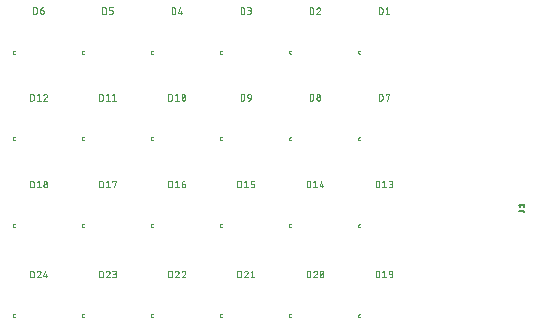
<source format=gbr>
G04 EAGLE Gerber X2 export*
%TF.Part,Single*%
%TF.FileFunction,Legend,Top,1*%
%TF.FilePolarity,Positive*%
%TF.GenerationSoftware,Autodesk,EAGLE,9.1.0*%
%TF.CreationDate,2018-09-11T12:43:45Z*%
G75*
%MOMM*%
%FSLAX34Y34*%
%LPD*%
%AMOC8*
5,1,8,0,0,1.08239X$1,22.5*%
G01*
%ADD10C,0.050800*%
%ADD11C,0.025400*%
%ADD12C,0.127000*%


D10*
X672913Y779254D02*
X672913Y784842D01*
X674465Y784842D01*
X674541Y784840D01*
X674617Y784835D01*
X674693Y784825D01*
X674768Y784812D01*
X674842Y784795D01*
X674916Y784775D01*
X674988Y784751D01*
X675059Y784724D01*
X675129Y784693D01*
X675197Y784659D01*
X675263Y784621D01*
X675327Y784580D01*
X675390Y784537D01*
X675450Y784490D01*
X675507Y784440D01*
X675562Y784387D01*
X675615Y784332D01*
X675665Y784275D01*
X675712Y784215D01*
X675755Y784152D01*
X675796Y784088D01*
X675834Y784022D01*
X675868Y783954D01*
X675899Y783884D01*
X675926Y783813D01*
X675950Y783740D01*
X675970Y783667D01*
X675987Y783593D01*
X676000Y783518D01*
X676010Y783442D01*
X676015Y783366D01*
X676017Y783290D01*
X676018Y783290D02*
X676018Y780806D01*
X676017Y780806D02*
X676015Y780727D01*
X676009Y780649D01*
X675999Y780571D01*
X675985Y780494D01*
X675967Y780417D01*
X675946Y780341D01*
X675920Y780267D01*
X675891Y780194D01*
X675858Y780123D01*
X675822Y780053D01*
X675782Y779985D01*
X675739Y779919D01*
X675692Y779856D01*
X675643Y779795D01*
X675590Y779737D01*
X675534Y779681D01*
X675476Y779628D01*
X675415Y779579D01*
X675352Y779532D01*
X675286Y779489D01*
X675218Y779449D01*
X675149Y779413D01*
X675077Y779380D01*
X675004Y779351D01*
X674930Y779325D01*
X674854Y779304D01*
X674777Y779286D01*
X674700Y779272D01*
X674622Y779262D01*
X674544Y779256D01*
X674465Y779254D01*
X672913Y779254D01*
X678582Y783600D02*
X680135Y784842D01*
X680135Y779254D01*
X681687Y779254D02*
X678582Y779254D01*
D11*
X657109Y745627D02*
X656262Y745627D01*
X656215Y745629D01*
X656167Y745634D01*
X656121Y745643D01*
X656075Y745655D01*
X656030Y745671D01*
X655986Y745690D01*
X655945Y745712D01*
X655904Y745737D01*
X655866Y745766D01*
X655830Y745797D01*
X655797Y745830D01*
X655766Y745866D01*
X655737Y745904D01*
X655712Y745945D01*
X655690Y745986D01*
X655671Y746030D01*
X655655Y746075D01*
X655643Y746121D01*
X655634Y746167D01*
X655629Y746215D01*
X655627Y746262D01*
X655627Y747532D01*
X655629Y747579D01*
X655634Y747627D01*
X655643Y747673D01*
X655655Y747719D01*
X655671Y747764D01*
X655690Y747808D01*
X655712Y747850D01*
X655737Y747890D01*
X655766Y747928D01*
X655797Y747964D01*
X655830Y747997D01*
X655866Y748028D01*
X655904Y748057D01*
X655945Y748082D01*
X655986Y748104D01*
X656030Y748123D01*
X656075Y748139D01*
X656121Y748151D01*
X656167Y748160D01*
X656215Y748165D01*
X656262Y748167D01*
X657109Y748167D01*
D10*
X494670Y711542D02*
X494670Y705954D01*
X494670Y711542D02*
X496222Y711542D01*
X496298Y711540D01*
X496374Y711535D01*
X496450Y711525D01*
X496525Y711512D01*
X496599Y711495D01*
X496673Y711475D01*
X496745Y711451D01*
X496816Y711424D01*
X496886Y711393D01*
X496954Y711359D01*
X497020Y711321D01*
X497084Y711280D01*
X497147Y711237D01*
X497207Y711190D01*
X497264Y711140D01*
X497319Y711087D01*
X497372Y711032D01*
X497422Y710975D01*
X497469Y710915D01*
X497512Y710852D01*
X497553Y710788D01*
X497591Y710722D01*
X497625Y710654D01*
X497656Y710584D01*
X497683Y710513D01*
X497707Y710440D01*
X497727Y710367D01*
X497744Y710293D01*
X497757Y710218D01*
X497767Y710142D01*
X497772Y710066D01*
X497774Y709990D01*
X497774Y707506D01*
X497772Y707427D01*
X497766Y707349D01*
X497756Y707271D01*
X497742Y707194D01*
X497724Y707117D01*
X497703Y707041D01*
X497677Y706967D01*
X497648Y706894D01*
X497615Y706823D01*
X497579Y706753D01*
X497539Y706685D01*
X497496Y706619D01*
X497449Y706556D01*
X497400Y706495D01*
X497347Y706437D01*
X497291Y706381D01*
X497233Y706328D01*
X497172Y706279D01*
X497109Y706232D01*
X497043Y706189D01*
X496975Y706149D01*
X496906Y706113D01*
X496834Y706080D01*
X496761Y706051D01*
X496687Y706025D01*
X496611Y706004D01*
X496534Y705986D01*
X496457Y705972D01*
X496379Y705962D01*
X496301Y705956D01*
X496222Y705954D01*
X494670Y705954D01*
X500339Y710300D02*
X501891Y711542D01*
X501891Y705954D01*
X500339Y705954D02*
X503444Y705954D01*
X505826Y708748D02*
X505828Y708879D01*
X505833Y709009D01*
X505843Y709139D01*
X505856Y709269D01*
X505872Y709399D01*
X505892Y709528D01*
X505916Y709656D01*
X505944Y709783D01*
X505975Y709910D01*
X506010Y710036D01*
X506048Y710161D01*
X506090Y710285D01*
X506135Y710407D01*
X506184Y710528D01*
X506236Y710648D01*
X506292Y710766D01*
X506291Y710766D02*
X506314Y710826D01*
X506340Y710886D01*
X506369Y710943D01*
X506402Y710999D01*
X506438Y711053D01*
X506476Y711105D01*
X506518Y711155D01*
X506562Y711202D01*
X506609Y711247D01*
X506659Y711289D01*
X506710Y711328D01*
X506764Y711364D01*
X506820Y711397D01*
X506877Y711427D01*
X506936Y711454D01*
X506997Y711477D01*
X507058Y711497D01*
X507121Y711513D01*
X507185Y711526D01*
X507249Y711535D01*
X507313Y711540D01*
X507378Y711542D01*
X507443Y711540D01*
X507507Y711535D01*
X507571Y711526D01*
X507635Y711513D01*
X507698Y711497D01*
X507759Y711477D01*
X507820Y711454D01*
X507879Y711427D01*
X507936Y711397D01*
X507992Y711364D01*
X508046Y711328D01*
X508097Y711289D01*
X508147Y711247D01*
X508194Y711202D01*
X508238Y711155D01*
X508280Y711105D01*
X508318Y711053D01*
X508354Y710999D01*
X508387Y710943D01*
X508416Y710886D01*
X508442Y710826D01*
X508465Y710766D01*
X508464Y710766D02*
X508520Y710648D01*
X508572Y710528D01*
X508621Y710407D01*
X508666Y710285D01*
X508708Y710161D01*
X508746Y710036D01*
X508781Y709910D01*
X508812Y709784D01*
X508840Y709656D01*
X508864Y709528D01*
X508884Y709399D01*
X508900Y709269D01*
X508913Y709139D01*
X508923Y709009D01*
X508928Y708879D01*
X508930Y708748D01*
X505826Y708748D02*
X505828Y708617D01*
X505833Y708487D01*
X505843Y708357D01*
X505856Y708227D01*
X505872Y708097D01*
X505892Y707968D01*
X505916Y707840D01*
X505944Y707713D01*
X505975Y707586D01*
X506010Y707460D01*
X506048Y707335D01*
X506090Y707211D01*
X506135Y707089D01*
X506184Y706968D01*
X506236Y706848D01*
X506292Y706730D01*
X506291Y706730D02*
X506314Y706670D01*
X506340Y706610D01*
X506369Y706553D01*
X506402Y706497D01*
X506438Y706443D01*
X506476Y706391D01*
X506518Y706341D01*
X506562Y706294D01*
X506609Y706249D01*
X506659Y706207D01*
X506710Y706168D01*
X506764Y706132D01*
X506820Y706099D01*
X506877Y706069D01*
X506936Y706042D01*
X506997Y706019D01*
X507058Y705999D01*
X507121Y705983D01*
X507185Y705970D01*
X507249Y705961D01*
X507313Y705956D01*
X507378Y705954D01*
X508464Y706730D02*
X508520Y706848D01*
X508572Y706968D01*
X508621Y707089D01*
X508666Y707211D01*
X508708Y707335D01*
X508746Y707460D01*
X508781Y707586D01*
X508812Y707712D01*
X508840Y707840D01*
X508864Y707968D01*
X508884Y708097D01*
X508900Y708227D01*
X508913Y708357D01*
X508923Y708487D01*
X508928Y708617D01*
X508930Y708748D01*
X508465Y706730D02*
X508442Y706670D01*
X508416Y706610D01*
X508387Y706553D01*
X508354Y706497D01*
X508318Y706443D01*
X508280Y706391D01*
X508238Y706341D01*
X508194Y706294D01*
X508147Y706249D01*
X508097Y706207D01*
X508046Y706168D01*
X507992Y706132D01*
X507936Y706099D01*
X507879Y706069D01*
X507820Y706042D01*
X507759Y706019D01*
X507698Y705999D01*
X507635Y705983D01*
X507571Y705970D01*
X507507Y705961D01*
X507443Y705956D01*
X507378Y705954D01*
X506136Y707196D02*
X508620Y710300D01*
D11*
X481609Y672327D02*
X480762Y672327D01*
X480715Y672329D01*
X480667Y672334D01*
X480621Y672343D01*
X480575Y672355D01*
X480530Y672371D01*
X480486Y672390D01*
X480445Y672412D01*
X480404Y672437D01*
X480366Y672466D01*
X480330Y672497D01*
X480297Y672530D01*
X480266Y672566D01*
X480237Y672604D01*
X480212Y672645D01*
X480190Y672686D01*
X480171Y672730D01*
X480155Y672775D01*
X480143Y672821D01*
X480134Y672867D01*
X480129Y672915D01*
X480127Y672962D01*
X480127Y674232D01*
X480129Y674279D01*
X480134Y674327D01*
X480143Y674373D01*
X480155Y674419D01*
X480171Y674464D01*
X480190Y674508D01*
X480212Y674550D01*
X480237Y674590D01*
X480266Y674628D01*
X480297Y674664D01*
X480330Y674697D01*
X480366Y674728D01*
X480404Y674757D01*
X480445Y674782D01*
X480486Y674804D01*
X480530Y674823D01*
X480575Y674839D01*
X480621Y674851D01*
X480667Y674860D01*
X480715Y674865D01*
X480762Y674867D01*
X481609Y674867D01*
D10*
X436170Y705954D02*
X436170Y711542D01*
X437722Y711542D01*
X437798Y711540D01*
X437874Y711535D01*
X437950Y711525D01*
X438025Y711512D01*
X438099Y711495D01*
X438173Y711475D01*
X438245Y711451D01*
X438316Y711424D01*
X438386Y711393D01*
X438454Y711359D01*
X438520Y711321D01*
X438584Y711280D01*
X438647Y711237D01*
X438707Y711190D01*
X438764Y711140D01*
X438819Y711087D01*
X438872Y711032D01*
X438922Y710975D01*
X438969Y710915D01*
X439012Y710852D01*
X439053Y710788D01*
X439091Y710722D01*
X439125Y710654D01*
X439156Y710584D01*
X439183Y710513D01*
X439207Y710440D01*
X439227Y710367D01*
X439244Y710293D01*
X439257Y710218D01*
X439267Y710142D01*
X439272Y710066D01*
X439274Y709990D01*
X439274Y707506D01*
X439272Y707427D01*
X439266Y707349D01*
X439256Y707271D01*
X439242Y707194D01*
X439224Y707117D01*
X439203Y707041D01*
X439177Y706967D01*
X439148Y706894D01*
X439115Y706823D01*
X439079Y706753D01*
X439039Y706685D01*
X438996Y706619D01*
X438949Y706556D01*
X438900Y706495D01*
X438847Y706437D01*
X438791Y706381D01*
X438733Y706328D01*
X438672Y706279D01*
X438609Y706232D01*
X438543Y706189D01*
X438475Y706149D01*
X438406Y706113D01*
X438334Y706080D01*
X438261Y706051D01*
X438187Y706025D01*
X438111Y706004D01*
X438034Y705986D01*
X437957Y705972D01*
X437879Y705962D01*
X437801Y705956D01*
X437722Y705954D01*
X436170Y705954D01*
X441839Y710300D02*
X443391Y711542D01*
X443391Y705954D01*
X441839Y705954D02*
X444944Y705954D01*
X447326Y710300D02*
X448878Y711542D01*
X448878Y705954D01*
X447326Y705954D02*
X450430Y705954D01*
D11*
X423109Y672327D02*
X422262Y672327D01*
X422215Y672329D01*
X422167Y672334D01*
X422121Y672343D01*
X422075Y672355D01*
X422030Y672371D01*
X421986Y672390D01*
X421945Y672412D01*
X421904Y672437D01*
X421866Y672466D01*
X421830Y672497D01*
X421797Y672530D01*
X421766Y672566D01*
X421737Y672604D01*
X421712Y672645D01*
X421690Y672686D01*
X421671Y672730D01*
X421655Y672775D01*
X421643Y672821D01*
X421634Y672867D01*
X421629Y672915D01*
X421627Y672962D01*
X421627Y674232D01*
X421629Y674279D01*
X421634Y674327D01*
X421643Y674373D01*
X421655Y674419D01*
X421671Y674464D01*
X421690Y674508D01*
X421712Y674550D01*
X421737Y674590D01*
X421766Y674628D01*
X421797Y674664D01*
X421830Y674697D01*
X421866Y674728D01*
X421904Y674757D01*
X421945Y674782D01*
X421986Y674804D01*
X422030Y674823D01*
X422075Y674839D01*
X422121Y674851D01*
X422167Y674860D01*
X422215Y674865D01*
X422262Y674867D01*
X423109Y674867D01*
D10*
X377670Y705954D02*
X377670Y711542D01*
X379222Y711542D01*
X379298Y711540D01*
X379374Y711535D01*
X379450Y711525D01*
X379525Y711512D01*
X379599Y711495D01*
X379673Y711475D01*
X379745Y711451D01*
X379816Y711424D01*
X379886Y711393D01*
X379954Y711359D01*
X380020Y711321D01*
X380084Y711280D01*
X380147Y711237D01*
X380207Y711190D01*
X380264Y711140D01*
X380319Y711087D01*
X380372Y711032D01*
X380422Y710975D01*
X380469Y710915D01*
X380512Y710852D01*
X380553Y710788D01*
X380591Y710722D01*
X380625Y710654D01*
X380656Y710584D01*
X380683Y710513D01*
X380707Y710440D01*
X380727Y710367D01*
X380744Y710293D01*
X380757Y710218D01*
X380767Y710142D01*
X380772Y710066D01*
X380774Y709990D01*
X380774Y707506D01*
X380772Y707427D01*
X380766Y707349D01*
X380756Y707271D01*
X380742Y707194D01*
X380724Y707117D01*
X380703Y707041D01*
X380677Y706967D01*
X380648Y706894D01*
X380615Y706823D01*
X380579Y706753D01*
X380539Y706685D01*
X380496Y706619D01*
X380449Y706556D01*
X380400Y706495D01*
X380347Y706437D01*
X380291Y706381D01*
X380233Y706328D01*
X380172Y706279D01*
X380109Y706232D01*
X380043Y706189D01*
X379975Y706149D01*
X379906Y706113D01*
X379834Y706080D01*
X379761Y706051D01*
X379687Y706025D01*
X379611Y706004D01*
X379534Y705986D01*
X379457Y705972D01*
X379379Y705962D01*
X379301Y705956D01*
X379222Y705954D01*
X377670Y705954D01*
X383339Y710300D02*
X384891Y711542D01*
X384891Y705954D01*
X383339Y705954D02*
X386444Y705954D01*
X391930Y710145D02*
X391928Y710218D01*
X391922Y710291D01*
X391913Y710364D01*
X391899Y710435D01*
X391882Y710507D01*
X391862Y710577D01*
X391837Y710646D01*
X391809Y710713D01*
X391778Y710779D01*
X391743Y710844D01*
X391705Y710906D01*
X391663Y710966D01*
X391619Y711024D01*
X391571Y711080D01*
X391521Y711133D01*
X391468Y711183D01*
X391412Y711231D01*
X391354Y711275D01*
X391294Y711317D01*
X391232Y711355D01*
X391167Y711390D01*
X391101Y711421D01*
X391034Y711449D01*
X390965Y711474D01*
X390895Y711494D01*
X390823Y711511D01*
X390752Y711525D01*
X390679Y711534D01*
X390606Y711540D01*
X390533Y711542D01*
X390449Y711540D01*
X390366Y711534D01*
X390283Y711525D01*
X390201Y711511D01*
X390119Y711494D01*
X390038Y711472D01*
X389958Y711447D01*
X389880Y711419D01*
X389802Y711387D01*
X389727Y711351D01*
X389653Y711312D01*
X389581Y711269D01*
X389511Y711223D01*
X389444Y711174D01*
X389378Y711121D01*
X389316Y711066D01*
X389256Y711008D01*
X389198Y710947D01*
X389144Y710884D01*
X389092Y710818D01*
X389044Y710750D01*
X388999Y710679D01*
X388957Y710607D01*
X388919Y710532D01*
X388884Y710456D01*
X388853Y710379D01*
X388825Y710300D01*
X391464Y709059D02*
X391518Y709112D01*
X391569Y709169D01*
X391617Y709228D01*
X391662Y709289D01*
X391703Y709352D01*
X391742Y709418D01*
X391777Y709485D01*
X391809Y709554D01*
X391837Y709625D01*
X391861Y709696D01*
X391882Y709769D01*
X391899Y709843D01*
X391913Y709918D01*
X391922Y709993D01*
X391928Y710069D01*
X391930Y710145D01*
X391464Y709058D02*
X388826Y705954D01*
X391930Y705954D01*
D11*
X364609Y672327D02*
X363762Y672327D01*
X363715Y672329D01*
X363667Y672334D01*
X363621Y672343D01*
X363575Y672355D01*
X363530Y672371D01*
X363486Y672390D01*
X363445Y672412D01*
X363404Y672437D01*
X363366Y672466D01*
X363330Y672497D01*
X363297Y672530D01*
X363266Y672566D01*
X363237Y672604D01*
X363212Y672645D01*
X363190Y672686D01*
X363171Y672730D01*
X363155Y672775D01*
X363143Y672821D01*
X363134Y672867D01*
X363129Y672915D01*
X363127Y672962D01*
X363127Y674232D01*
X363129Y674279D01*
X363134Y674327D01*
X363143Y674373D01*
X363155Y674419D01*
X363171Y674464D01*
X363190Y674508D01*
X363212Y674550D01*
X363237Y674590D01*
X363266Y674628D01*
X363297Y674664D01*
X363330Y674697D01*
X363366Y674728D01*
X363404Y674757D01*
X363445Y674782D01*
X363486Y674804D01*
X363530Y674823D01*
X363575Y674839D01*
X363621Y674851D01*
X363667Y674860D01*
X363715Y674865D01*
X363762Y674867D01*
X364609Y674867D01*
D10*
X670170Y638042D02*
X670170Y632454D01*
X670170Y638042D02*
X671722Y638042D01*
X671798Y638040D01*
X671874Y638035D01*
X671950Y638025D01*
X672025Y638012D01*
X672099Y637995D01*
X672173Y637975D01*
X672245Y637951D01*
X672316Y637924D01*
X672386Y637893D01*
X672454Y637859D01*
X672520Y637821D01*
X672584Y637780D01*
X672647Y637737D01*
X672707Y637690D01*
X672764Y637640D01*
X672819Y637587D01*
X672872Y637532D01*
X672922Y637475D01*
X672969Y637415D01*
X673012Y637352D01*
X673053Y637288D01*
X673091Y637222D01*
X673125Y637154D01*
X673156Y637084D01*
X673183Y637013D01*
X673207Y636940D01*
X673227Y636867D01*
X673244Y636793D01*
X673257Y636718D01*
X673267Y636642D01*
X673272Y636566D01*
X673274Y636490D01*
X673274Y634006D01*
X673272Y633927D01*
X673266Y633849D01*
X673256Y633771D01*
X673242Y633694D01*
X673224Y633617D01*
X673203Y633541D01*
X673177Y633467D01*
X673148Y633394D01*
X673115Y633323D01*
X673079Y633253D01*
X673039Y633185D01*
X672996Y633119D01*
X672949Y633056D01*
X672900Y632995D01*
X672847Y632937D01*
X672791Y632881D01*
X672733Y632828D01*
X672672Y632779D01*
X672609Y632732D01*
X672543Y632689D01*
X672475Y632649D01*
X672406Y632613D01*
X672334Y632580D01*
X672261Y632551D01*
X672187Y632525D01*
X672111Y632504D01*
X672034Y632486D01*
X671957Y632472D01*
X671879Y632462D01*
X671801Y632456D01*
X671722Y632454D01*
X670170Y632454D01*
X675839Y636800D02*
X677391Y638042D01*
X677391Y632454D01*
X675839Y632454D02*
X678944Y632454D01*
X681326Y632454D02*
X682878Y632454D01*
X682955Y632456D01*
X683033Y632462D01*
X683109Y632471D01*
X683186Y632485D01*
X683261Y632502D01*
X683335Y632523D01*
X683409Y632548D01*
X683481Y632576D01*
X683551Y632608D01*
X683620Y632643D01*
X683687Y632682D01*
X683752Y632724D01*
X683815Y632769D01*
X683876Y632817D01*
X683934Y632868D01*
X683989Y632922D01*
X684042Y632979D01*
X684091Y633038D01*
X684138Y633100D01*
X684182Y633164D01*
X684222Y633230D01*
X684259Y633298D01*
X684293Y633368D01*
X684323Y633439D01*
X684349Y633512D01*
X684372Y633586D01*
X684391Y633661D01*
X684406Y633736D01*
X684418Y633813D01*
X684426Y633890D01*
X684430Y633967D01*
X684430Y634045D01*
X684426Y634122D01*
X684418Y634199D01*
X684406Y634276D01*
X684391Y634351D01*
X684372Y634426D01*
X684349Y634500D01*
X684323Y634573D01*
X684293Y634644D01*
X684259Y634714D01*
X684222Y634782D01*
X684182Y634848D01*
X684138Y634912D01*
X684091Y634974D01*
X684042Y635033D01*
X683989Y635090D01*
X683934Y635144D01*
X683876Y635195D01*
X683815Y635243D01*
X683752Y635288D01*
X683687Y635330D01*
X683620Y635369D01*
X683551Y635404D01*
X683481Y635436D01*
X683409Y635464D01*
X683335Y635489D01*
X683261Y635510D01*
X683186Y635527D01*
X683109Y635541D01*
X683033Y635550D01*
X682955Y635556D01*
X682878Y635558D01*
X683188Y638042D02*
X681326Y638042D01*
X683188Y638042D02*
X683258Y638040D01*
X683327Y638034D01*
X683396Y638024D01*
X683464Y638011D01*
X683532Y637993D01*
X683598Y637972D01*
X683663Y637947D01*
X683727Y637919D01*
X683789Y637887D01*
X683849Y637852D01*
X683907Y637813D01*
X683962Y637771D01*
X684016Y637726D01*
X684066Y637678D01*
X684114Y637628D01*
X684159Y637574D01*
X684201Y637519D01*
X684240Y637461D01*
X684275Y637401D01*
X684307Y637339D01*
X684335Y637275D01*
X684360Y637210D01*
X684381Y637144D01*
X684399Y637076D01*
X684412Y637008D01*
X684422Y636939D01*
X684428Y636870D01*
X684430Y636800D01*
X684428Y636730D01*
X684422Y636661D01*
X684412Y636592D01*
X684399Y636524D01*
X684381Y636456D01*
X684360Y636390D01*
X684335Y636325D01*
X684307Y636261D01*
X684275Y636199D01*
X684240Y636139D01*
X684201Y636081D01*
X684159Y636026D01*
X684114Y635972D01*
X684066Y635922D01*
X684016Y635874D01*
X683962Y635829D01*
X683907Y635787D01*
X683849Y635748D01*
X683789Y635713D01*
X683727Y635681D01*
X683663Y635653D01*
X683598Y635628D01*
X683532Y635607D01*
X683464Y635589D01*
X683396Y635576D01*
X683327Y635566D01*
X683258Y635560D01*
X683188Y635558D01*
X681946Y635558D01*
D11*
X657109Y598827D02*
X656262Y598827D01*
X656215Y598829D01*
X656167Y598834D01*
X656121Y598843D01*
X656075Y598855D01*
X656030Y598871D01*
X655986Y598890D01*
X655945Y598912D01*
X655904Y598937D01*
X655866Y598966D01*
X655830Y598997D01*
X655797Y599030D01*
X655766Y599066D01*
X655737Y599104D01*
X655712Y599145D01*
X655690Y599186D01*
X655671Y599230D01*
X655655Y599275D01*
X655643Y599321D01*
X655634Y599367D01*
X655629Y599415D01*
X655627Y599462D01*
X655627Y600732D01*
X655629Y600779D01*
X655634Y600827D01*
X655643Y600873D01*
X655655Y600919D01*
X655671Y600964D01*
X655690Y601008D01*
X655712Y601050D01*
X655737Y601090D01*
X655766Y601128D01*
X655797Y601164D01*
X655830Y601197D01*
X655866Y601228D01*
X655904Y601257D01*
X655945Y601282D01*
X655986Y601304D01*
X656030Y601323D01*
X656075Y601339D01*
X656121Y601351D01*
X656167Y601360D01*
X656215Y601365D01*
X656262Y601367D01*
X657109Y601367D01*
D10*
X611670Y632454D02*
X611670Y638042D01*
X613222Y638042D01*
X613298Y638040D01*
X613374Y638035D01*
X613450Y638025D01*
X613525Y638012D01*
X613599Y637995D01*
X613673Y637975D01*
X613745Y637951D01*
X613816Y637924D01*
X613886Y637893D01*
X613954Y637859D01*
X614020Y637821D01*
X614084Y637780D01*
X614147Y637737D01*
X614207Y637690D01*
X614264Y637640D01*
X614319Y637587D01*
X614372Y637532D01*
X614422Y637475D01*
X614469Y637415D01*
X614512Y637352D01*
X614553Y637288D01*
X614591Y637222D01*
X614625Y637154D01*
X614656Y637084D01*
X614683Y637013D01*
X614707Y636940D01*
X614727Y636867D01*
X614744Y636793D01*
X614757Y636718D01*
X614767Y636642D01*
X614772Y636566D01*
X614774Y636490D01*
X614774Y634006D01*
X614772Y633927D01*
X614766Y633849D01*
X614756Y633771D01*
X614742Y633694D01*
X614724Y633617D01*
X614703Y633541D01*
X614677Y633467D01*
X614648Y633394D01*
X614615Y633323D01*
X614579Y633253D01*
X614539Y633185D01*
X614496Y633119D01*
X614449Y633056D01*
X614400Y632995D01*
X614347Y632937D01*
X614291Y632881D01*
X614233Y632828D01*
X614172Y632779D01*
X614109Y632732D01*
X614043Y632689D01*
X613975Y632649D01*
X613906Y632613D01*
X613834Y632580D01*
X613761Y632551D01*
X613687Y632525D01*
X613611Y632504D01*
X613534Y632486D01*
X613457Y632472D01*
X613379Y632462D01*
X613301Y632456D01*
X613222Y632454D01*
X611670Y632454D01*
X617339Y636800D02*
X618891Y638042D01*
X618891Y632454D01*
X617339Y632454D02*
X620444Y632454D01*
X622826Y633696D02*
X624067Y638042D01*
X622826Y633696D02*
X625930Y633696D01*
X624999Y634938D02*
X624999Y632454D01*
D11*
X598609Y598827D02*
X597762Y598827D01*
X597715Y598829D01*
X597667Y598834D01*
X597621Y598843D01*
X597575Y598855D01*
X597530Y598871D01*
X597486Y598890D01*
X597445Y598912D01*
X597404Y598937D01*
X597366Y598966D01*
X597330Y598997D01*
X597297Y599030D01*
X597266Y599066D01*
X597237Y599104D01*
X597212Y599145D01*
X597190Y599186D01*
X597171Y599230D01*
X597155Y599275D01*
X597143Y599321D01*
X597134Y599367D01*
X597129Y599415D01*
X597127Y599462D01*
X597127Y600732D01*
X597129Y600779D01*
X597134Y600827D01*
X597143Y600873D01*
X597155Y600919D01*
X597171Y600964D01*
X597190Y601008D01*
X597212Y601050D01*
X597237Y601090D01*
X597266Y601128D01*
X597297Y601164D01*
X597330Y601197D01*
X597366Y601228D01*
X597404Y601257D01*
X597445Y601282D01*
X597486Y601304D01*
X597530Y601323D01*
X597575Y601339D01*
X597621Y601351D01*
X597667Y601360D01*
X597715Y601365D01*
X597762Y601367D01*
X598609Y601367D01*
D10*
X553170Y632454D02*
X553170Y638042D01*
X554722Y638042D01*
X554798Y638040D01*
X554874Y638035D01*
X554950Y638025D01*
X555025Y638012D01*
X555099Y637995D01*
X555173Y637975D01*
X555245Y637951D01*
X555316Y637924D01*
X555386Y637893D01*
X555454Y637859D01*
X555520Y637821D01*
X555584Y637780D01*
X555647Y637737D01*
X555707Y637690D01*
X555764Y637640D01*
X555819Y637587D01*
X555872Y637532D01*
X555922Y637475D01*
X555969Y637415D01*
X556012Y637352D01*
X556053Y637288D01*
X556091Y637222D01*
X556125Y637154D01*
X556156Y637084D01*
X556183Y637013D01*
X556207Y636940D01*
X556227Y636867D01*
X556244Y636793D01*
X556257Y636718D01*
X556267Y636642D01*
X556272Y636566D01*
X556274Y636490D01*
X556274Y634006D01*
X556272Y633927D01*
X556266Y633849D01*
X556256Y633771D01*
X556242Y633694D01*
X556224Y633617D01*
X556203Y633541D01*
X556177Y633467D01*
X556148Y633394D01*
X556115Y633323D01*
X556079Y633253D01*
X556039Y633185D01*
X555996Y633119D01*
X555949Y633056D01*
X555900Y632995D01*
X555847Y632937D01*
X555791Y632881D01*
X555733Y632828D01*
X555672Y632779D01*
X555609Y632732D01*
X555543Y632689D01*
X555475Y632649D01*
X555406Y632613D01*
X555334Y632580D01*
X555261Y632551D01*
X555187Y632525D01*
X555111Y632504D01*
X555034Y632486D01*
X554957Y632472D01*
X554879Y632462D01*
X554801Y632456D01*
X554722Y632454D01*
X553170Y632454D01*
X558839Y636800D02*
X560391Y638042D01*
X560391Y632454D01*
X558839Y632454D02*
X561944Y632454D01*
X564326Y632454D02*
X566188Y632454D01*
X566258Y632456D01*
X566327Y632462D01*
X566396Y632472D01*
X566464Y632485D01*
X566532Y632503D01*
X566598Y632524D01*
X566663Y632549D01*
X566727Y632577D01*
X566789Y632609D01*
X566849Y632644D01*
X566907Y632683D01*
X566962Y632725D01*
X567016Y632770D01*
X567066Y632818D01*
X567114Y632868D01*
X567159Y632922D01*
X567201Y632977D01*
X567240Y633035D01*
X567275Y633095D01*
X567307Y633157D01*
X567335Y633221D01*
X567360Y633286D01*
X567381Y633352D01*
X567399Y633420D01*
X567412Y633488D01*
X567422Y633557D01*
X567428Y633626D01*
X567430Y633696D01*
X567430Y634317D01*
X567428Y634387D01*
X567422Y634456D01*
X567412Y634525D01*
X567399Y634593D01*
X567381Y634661D01*
X567360Y634727D01*
X567335Y634792D01*
X567307Y634856D01*
X567275Y634918D01*
X567240Y634978D01*
X567201Y635036D01*
X567159Y635091D01*
X567114Y635145D01*
X567066Y635195D01*
X567016Y635243D01*
X566962Y635288D01*
X566907Y635330D01*
X566849Y635369D01*
X566789Y635404D01*
X566727Y635436D01*
X566663Y635464D01*
X566598Y635489D01*
X566532Y635510D01*
X566464Y635528D01*
X566396Y635541D01*
X566327Y635551D01*
X566258Y635557D01*
X566188Y635559D01*
X566188Y635558D02*
X564326Y635558D01*
X564326Y638042D01*
X567430Y638042D01*
D11*
X540109Y598827D02*
X539262Y598827D01*
X539215Y598829D01*
X539167Y598834D01*
X539121Y598843D01*
X539075Y598855D01*
X539030Y598871D01*
X538986Y598890D01*
X538945Y598912D01*
X538904Y598937D01*
X538866Y598966D01*
X538830Y598997D01*
X538797Y599030D01*
X538766Y599066D01*
X538737Y599104D01*
X538712Y599145D01*
X538690Y599186D01*
X538671Y599230D01*
X538655Y599275D01*
X538643Y599321D01*
X538634Y599367D01*
X538629Y599415D01*
X538627Y599462D01*
X538627Y600732D01*
X538629Y600779D01*
X538634Y600827D01*
X538643Y600873D01*
X538655Y600919D01*
X538671Y600964D01*
X538690Y601008D01*
X538712Y601050D01*
X538737Y601090D01*
X538766Y601128D01*
X538797Y601164D01*
X538830Y601197D01*
X538866Y601228D01*
X538904Y601257D01*
X538945Y601282D01*
X538986Y601304D01*
X539030Y601323D01*
X539075Y601339D01*
X539121Y601351D01*
X539167Y601360D01*
X539215Y601365D01*
X539262Y601367D01*
X540109Y601367D01*
D10*
X494670Y632454D02*
X494670Y638042D01*
X496222Y638042D01*
X496298Y638040D01*
X496374Y638035D01*
X496450Y638025D01*
X496525Y638012D01*
X496599Y637995D01*
X496673Y637975D01*
X496745Y637951D01*
X496816Y637924D01*
X496886Y637893D01*
X496954Y637859D01*
X497020Y637821D01*
X497084Y637780D01*
X497147Y637737D01*
X497207Y637690D01*
X497264Y637640D01*
X497319Y637587D01*
X497372Y637532D01*
X497422Y637475D01*
X497469Y637415D01*
X497512Y637352D01*
X497553Y637288D01*
X497591Y637222D01*
X497625Y637154D01*
X497656Y637084D01*
X497683Y637013D01*
X497707Y636940D01*
X497727Y636867D01*
X497744Y636793D01*
X497757Y636718D01*
X497767Y636642D01*
X497772Y636566D01*
X497774Y636490D01*
X497774Y634006D01*
X497772Y633927D01*
X497766Y633849D01*
X497756Y633771D01*
X497742Y633694D01*
X497724Y633617D01*
X497703Y633541D01*
X497677Y633467D01*
X497648Y633394D01*
X497615Y633323D01*
X497579Y633253D01*
X497539Y633185D01*
X497496Y633119D01*
X497449Y633056D01*
X497400Y632995D01*
X497347Y632937D01*
X497291Y632881D01*
X497233Y632828D01*
X497172Y632779D01*
X497109Y632732D01*
X497043Y632689D01*
X496975Y632649D01*
X496906Y632613D01*
X496834Y632580D01*
X496761Y632551D01*
X496687Y632525D01*
X496611Y632504D01*
X496534Y632486D01*
X496457Y632472D01*
X496379Y632462D01*
X496301Y632456D01*
X496222Y632454D01*
X494670Y632454D01*
X500339Y636800D02*
X501891Y638042D01*
X501891Y632454D01*
X500339Y632454D02*
X503444Y632454D01*
X505826Y635558D02*
X507688Y635558D01*
X507688Y635559D02*
X507758Y635557D01*
X507827Y635551D01*
X507896Y635541D01*
X507964Y635528D01*
X508032Y635510D01*
X508098Y635489D01*
X508163Y635464D01*
X508227Y635436D01*
X508289Y635404D01*
X508349Y635369D01*
X508407Y635330D01*
X508462Y635288D01*
X508516Y635243D01*
X508566Y635195D01*
X508614Y635145D01*
X508659Y635091D01*
X508701Y635036D01*
X508740Y634978D01*
X508775Y634918D01*
X508807Y634856D01*
X508835Y634792D01*
X508860Y634727D01*
X508881Y634661D01*
X508899Y634593D01*
X508912Y634525D01*
X508922Y634456D01*
X508928Y634387D01*
X508930Y634317D01*
X508930Y634006D01*
X508928Y633929D01*
X508922Y633851D01*
X508913Y633775D01*
X508899Y633698D01*
X508882Y633623D01*
X508861Y633549D01*
X508836Y633475D01*
X508808Y633403D01*
X508776Y633333D01*
X508741Y633264D01*
X508702Y633197D01*
X508660Y633132D01*
X508615Y633069D01*
X508567Y633008D01*
X508516Y632950D01*
X508462Y632895D01*
X508405Y632842D01*
X508346Y632793D01*
X508284Y632746D01*
X508220Y632702D01*
X508154Y632662D01*
X508086Y632625D01*
X508016Y632591D01*
X507945Y632561D01*
X507872Y632535D01*
X507798Y632512D01*
X507723Y632493D01*
X507648Y632478D01*
X507571Y632466D01*
X507494Y632458D01*
X507417Y632454D01*
X507339Y632454D01*
X507262Y632458D01*
X507185Y632466D01*
X507108Y632478D01*
X507033Y632493D01*
X506958Y632512D01*
X506884Y632535D01*
X506811Y632561D01*
X506740Y632591D01*
X506670Y632625D01*
X506602Y632662D01*
X506536Y632702D01*
X506472Y632746D01*
X506410Y632793D01*
X506351Y632842D01*
X506294Y632895D01*
X506240Y632950D01*
X506189Y633008D01*
X506141Y633069D01*
X506096Y633132D01*
X506054Y633197D01*
X506015Y633264D01*
X505980Y633333D01*
X505948Y633403D01*
X505920Y633475D01*
X505895Y633549D01*
X505874Y633623D01*
X505857Y633698D01*
X505843Y633775D01*
X505834Y633851D01*
X505828Y633929D01*
X505826Y634006D01*
X505826Y635558D01*
X505825Y635558D02*
X505827Y635656D01*
X505833Y635753D01*
X505842Y635850D01*
X505856Y635947D01*
X505873Y636043D01*
X505894Y636138D01*
X505918Y636232D01*
X505947Y636326D01*
X505979Y636418D01*
X506014Y636509D01*
X506053Y636598D01*
X506096Y636686D01*
X506142Y636772D01*
X506191Y636856D01*
X506244Y636938D01*
X506299Y637018D01*
X506358Y637096D01*
X506420Y637171D01*
X506485Y637244D01*
X506553Y637314D01*
X506623Y637382D01*
X506696Y637447D01*
X506771Y637509D01*
X506849Y637568D01*
X506929Y637623D01*
X507011Y637676D01*
X507095Y637725D01*
X507181Y637771D01*
X507269Y637814D01*
X507358Y637853D01*
X507449Y637888D01*
X507541Y637920D01*
X507635Y637949D01*
X507729Y637973D01*
X507824Y637994D01*
X507920Y638011D01*
X508017Y638025D01*
X508114Y638034D01*
X508211Y638040D01*
X508309Y638042D01*
D11*
X481609Y598827D02*
X480762Y598827D01*
X480715Y598829D01*
X480667Y598834D01*
X480621Y598843D01*
X480575Y598855D01*
X480530Y598871D01*
X480486Y598890D01*
X480445Y598912D01*
X480404Y598937D01*
X480366Y598966D01*
X480330Y598997D01*
X480297Y599030D01*
X480266Y599066D01*
X480237Y599104D01*
X480212Y599145D01*
X480190Y599186D01*
X480171Y599230D01*
X480155Y599275D01*
X480143Y599321D01*
X480134Y599367D01*
X480129Y599415D01*
X480127Y599462D01*
X480127Y600732D01*
X480129Y600779D01*
X480134Y600827D01*
X480143Y600873D01*
X480155Y600919D01*
X480171Y600964D01*
X480190Y601008D01*
X480212Y601050D01*
X480237Y601090D01*
X480266Y601128D01*
X480297Y601164D01*
X480330Y601197D01*
X480366Y601228D01*
X480404Y601257D01*
X480445Y601282D01*
X480486Y601304D01*
X480530Y601323D01*
X480575Y601339D01*
X480621Y601351D01*
X480667Y601360D01*
X480715Y601365D01*
X480762Y601367D01*
X481609Y601367D01*
D10*
X436170Y632454D02*
X436170Y638042D01*
X437722Y638042D01*
X437798Y638040D01*
X437874Y638035D01*
X437950Y638025D01*
X438025Y638012D01*
X438099Y637995D01*
X438173Y637975D01*
X438245Y637951D01*
X438316Y637924D01*
X438386Y637893D01*
X438454Y637859D01*
X438520Y637821D01*
X438584Y637780D01*
X438647Y637737D01*
X438707Y637690D01*
X438764Y637640D01*
X438819Y637587D01*
X438872Y637532D01*
X438922Y637475D01*
X438969Y637415D01*
X439012Y637352D01*
X439053Y637288D01*
X439091Y637222D01*
X439125Y637154D01*
X439156Y637084D01*
X439183Y637013D01*
X439207Y636940D01*
X439227Y636867D01*
X439244Y636793D01*
X439257Y636718D01*
X439267Y636642D01*
X439272Y636566D01*
X439274Y636490D01*
X439274Y634006D01*
X439272Y633927D01*
X439266Y633849D01*
X439256Y633771D01*
X439242Y633694D01*
X439224Y633617D01*
X439203Y633541D01*
X439177Y633467D01*
X439148Y633394D01*
X439115Y633323D01*
X439079Y633253D01*
X439039Y633185D01*
X438996Y633119D01*
X438949Y633056D01*
X438900Y632995D01*
X438847Y632937D01*
X438791Y632881D01*
X438733Y632828D01*
X438672Y632779D01*
X438609Y632732D01*
X438543Y632689D01*
X438475Y632649D01*
X438406Y632613D01*
X438334Y632580D01*
X438261Y632551D01*
X438187Y632525D01*
X438111Y632504D01*
X438034Y632486D01*
X437957Y632472D01*
X437879Y632462D01*
X437801Y632456D01*
X437722Y632454D01*
X436170Y632454D01*
X441839Y636800D02*
X443391Y638042D01*
X443391Y632454D01*
X441839Y632454D02*
X444944Y632454D01*
X447326Y637421D02*
X447326Y638042D01*
X450430Y638042D01*
X448878Y632454D01*
D11*
X423109Y598827D02*
X422262Y598827D01*
X422215Y598829D01*
X422167Y598834D01*
X422121Y598843D01*
X422075Y598855D01*
X422030Y598871D01*
X421986Y598890D01*
X421945Y598912D01*
X421904Y598937D01*
X421866Y598966D01*
X421830Y598997D01*
X421797Y599030D01*
X421766Y599066D01*
X421737Y599104D01*
X421712Y599145D01*
X421690Y599186D01*
X421671Y599230D01*
X421655Y599275D01*
X421643Y599321D01*
X421634Y599367D01*
X421629Y599415D01*
X421627Y599462D01*
X421627Y600732D01*
X421629Y600779D01*
X421634Y600827D01*
X421643Y600873D01*
X421655Y600919D01*
X421671Y600964D01*
X421690Y601008D01*
X421712Y601050D01*
X421737Y601090D01*
X421766Y601128D01*
X421797Y601164D01*
X421830Y601197D01*
X421866Y601228D01*
X421904Y601257D01*
X421945Y601282D01*
X421986Y601304D01*
X422030Y601323D01*
X422075Y601339D01*
X422121Y601351D01*
X422167Y601360D01*
X422215Y601365D01*
X422262Y601367D01*
X423109Y601367D01*
D10*
X377670Y632454D02*
X377670Y638042D01*
X379222Y638042D01*
X379298Y638040D01*
X379374Y638035D01*
X379450Y638025D01*
X379525Y638012D01*
X379599Y637995D01*
X379673Y637975D01*
X379745Y637951D01*
X379816Y637924D01*
X379886Y637893D01*
X379954Y637859D01*
X380020Y637821D01*
X380084Y637780D01*
X380147Y637737D01*
X380207Y637690D01*
X380264Y637640D01*
X380319Y637587D01*
X380372Y637532D01*
X380422Y637475D01*
X380469Y637415D01*
X380512Y637352D01*
X380553Y637288D01*
X380591Y637222D01*
X380625Y637154D01*
X380656Y637084D01*
X380683Y637013D01*
X380707Y636940D01*
X380727Y636867D01*
X380744Y636793D01*
X380757Y636718D01*
X380767Y636642D01*
X380772Y636566D01*
X380774Y636490D01*
X380774Y634006D01*
X380772Y633927D01*
X380766Y633849D01*
X380756Y633771D01*
X380742Y633694D01*
X380724Y633617D01*
X380703Y633541D01*
X380677Y633467D01*
X380648Y633394D01*
X380615Y633323D01*
X380579Y633253D01*
X380539Y633185D01*
X380496Y633119D01*
X380449Y633056D01*
X380400Y632995D01*
X380347Y632937D01*
X380291Y632881D01*
X380233Y632828D01*
X380172Y632779D01*
X380109Y632732D01*
X380043Y632689D01*
X379975Y632649D01*
X379906Y632613D01*
X379834Y632580D01*
X379761Y632551D01*
X379687Y632525D01*
X379611Y632504D01*
X379534Y632486D01*
X379457Y632472D01*
X379379Y632462D01*
X379301Y632456D01*
X379222Y632454D01*
X377670Y632454D01*
X383339Y636800D02*
X384891Y638042D01*
X384891Y632454D01*
X383339Y632454D02*
X386444Y632454D01*
X388826Y634006D02*
X388828Y634083D01*
X388834Y634161D01*
X388843Y634237D01*
X388857Y634314D01*
X388874Y634389D01*
X388895Y634463D01*
X388920Y634537D01*
X388948Y634609D01*
X388980Y634679D01*
X389015Y634748D01*
X389054Y634815D01*
X389096Y634880D01*
X389141Y634943D01*
X389189Y635004D01*
X389240Y635062D01*
X389294Y635117D01*
X389351Y635170D01*
X389410Y635219D01*
X389472Y635266D01*
X389536Y635310D01*
X389602Y635350D01*
X389670Y635387D01*
X389740Y635421D01*
X389811Y635451D01*
X389884Y635477D01*
X389958Y635500D01*
X390033Y635519D01*
X390108Y635534D01*
X390185Y635546D01*
X390262Y635554D01*
X390339Y635558D01*
X390417Y635558D01*
X390494Y635554D01*
X390571Y635546D01*
X390648Y635534D01*
X390723Y635519D01*
X390798Y635500D01*
X390872Y635477D01*
X390945Y635451D01*
X391016Y635421D01*
X391086Y635387D01*
X391154Y635350D01*
X391220Y635310D01*
X391284Y635266D01*
X391346Y635219D01*
X391405Y635170D01*
X391462Y635117D01*
X391516Y635062D01*
X391567Y635004D01*
X391615Y634943D01*
X391660Y634880D01*
X391702Y634815D01*
X391741Y634748D01*
X391776Y634679D01*
X391808Y634609D01*
X391836Y634537D01*
X391861Y634463D01*
X391882Y634389D01*
X391899Y634314D01*
X391913Y634237D01*
X391922Y634161D01*
X391928Y634083D01*
X391930Y634006D01*
X391928Y633929D01*
X391922Y633851D01*
X391913Y633775D01*
X391899Y633698D01*
X391882Y633623D01*
X391861Y633549D01*
X391836Y633475D01*
X391808Y633403D01*
X391776Y633333D01*
X391741Y633264D01*
X391702Y633197D01*
X391660Y633132D01*
X391615Y633069D01*
X391567Y633008D01*
X391516Y632950D01*
X391462Y632895D01*
X391405Y632842D01*
X391346Y632793D01*
X391284Y632746D01*
X391220Y632702D01*
X391154Y632662D01*
X391086Y632625D01*
X391016Y632591D01*
X390945Y632561D01*
X390872Y632535D01*
X390798Y632512D01*
X390723Y632493D01*
X390648Y632478D01*
X390571Y632466D01*
X390494Y632458D01*
X390417Y632454D01*
X390339Y632454D01*
X390262Y632458D01*
X390185Y632466D01*
X390108Y632478D01*
X390033Y632493D01*
X389958Y632512D01*
X389884Y632535D01*
X389811Y632561D01*
X389740Y632591D01*
X389670Y632625D01*
X389602Y632662D01*
X389536Y632702D01*
X389472Y632746D01*
X389410Y632793D01*
X389351Y632842D01*
X389294Y632895D01*
X389240Y632950D01*
X389189Y633008D01*
X389141Y633069D01*
X389096Y633132D01*
X389054Y633197D01*
X389015Y633264D01*
X388980Y633333D01*
X388948Y633403D01*
X388920Y633475D01*
X388895Y633549D01*
X388874Y633623D01*
X388857Y633698D01*
X388843Y633775D01*
X388834Y633851D01*
X388828Y633929D01*
X388826Y634006D01*
X389136Y636800D02*
X389138Y636870D01*
X389144Y636939D01*
X389154Y637008D01*
X389167Y637076D01*
X389185Y637144D01*
X389206Y637210D01*
X389231Y637275D01*
X389259Y637339D01*
X389291Y637401D01*
X389326Y637461D01*
X389365Y637519D01*
X389407Y637574D01*
X389452Y637628D01*
X389500Y637678D01*
X389550Y637726D01*
X389604Y637771D01*
X389659Y637813D01*
X389717Y637852D01*
X389777Y637887D01*
X389839Y637919D01*
X389903Y637947D01*
X389968Y637972D01*
X390034Y637993D01*
X390102Y638011D01*
X390170Y638024D01*
X390239Y638034D01*
X390308Y638040D01*
X390378Y638042D01*
X390448Y638040D01*
X390517Y638034D01*
X390586Y638024D01*
X390654Y638011D01*
X390722Y637993D01*
X390788Y637972D01*
X390853Y637947D01*
X390917Y637919D01*
X390979Y637887D01*
X391039Y637852D01*
X391097Y637813D01*
X391152Y637771D01*
X391206Y637726D01*
X391256Y637678D01*
X391304Y637628D01*
X391349Y637574D01*
X391391Y637519D01*
X391430Y637461D01*
X391465Y637401D01*
X391497Y637339D01*
X391525Y637275D01*
X391550Y637210D01*
X391571Y637144D01*
X391589Y637076D01*
X391602Y637008D01*
X391612Y636939D01*
X391618Y636870D01*
X391620Y636800D01*
X391618Y636730D01*
X391612Y636661D01*
X391602Y636592D01*
X391589Y636524D01*
X391571Y636456D01*
X391550Y636390D01*
X391525Y636325D01*
X391497Y636261D01*
X391465Y636199D01*
X391430Y636139D01*
X391391Y636081D01*
X391349Y636026D01*
X391304Y635972D01*
X391256Y635922D01*
X391206Y635874D01*
X391152Y635829D01*
X391097Y635787D01*
X391039Y635748D01*
X390979Y635713D01*
X390917Y635681D01*
X390853Y635653D01*
X390788Y635628D01*
X390722Y635607D01*
X390654Y635589D01*
X390586Y635576D01*
X390517Y635566D01*
X390448Y635560D01*
X390378Y635558D01*
X390308Y635560D01*
X390239Y635566D01*
X390170Y635576D01*
X390102Y635589D01*
X390034Y635607D01*
X389968Y635628D01*
X389903Y635653D01*
X389839Y635681D01*
X389777Y635713D01*
X389717Y635748D01*
X389659Y635787D01*
X389604Y635829D01*
X389550Y635874D01*
X389500Y635922D01*
X389452Y635972D01*
X389407Y636026D01*
X389365Y636081D01*
X389326Y636139D01*
X389291Y636199D01*
X389259Y636261D01*
X389231Y636325D01*
X389206Y636390D01*
X389185Y636456D01*
X389167Y636524D01*
X389154Y636592D01*
X389144Y636661D01*
X389138Y636730D01*
X389136Y636800D01*
D11*
X364609Y598827D02*
X363762Y598827D01*
X363715Y598829D01*
X363667Y598834D01*
X363621Y598843D01*
X363575Y598855D01*
X363530Y598871D01*
X363486Y598890D01*
X363445Y598912D01*
X363404Y598937D01*
X363366Y598966D01*
X363330Y598997D01*
X363297Y599030D01*
X363266Y599066D01*
X363237Y599104D01*
X363212Y599145D01*
X363190Y599186D01*
X363171Y599230D01*
X363155Y599275D01*
X363143Y599321D01*
X363134Y599367D01*
X363129Y599415D01*
X363127Y599462D01*
X363127Y600732D01*
X363129Y600779D01*
X363134Y600827D01*
X363143Y600873D01*
X363155Y600919D01*
X363171Y600964D01*
X363190Y601008D01*
X363212Y601050D01*
X363237Y601090D01*
X363266Y601128D01*
X363297Y601164D01*
X363330Y601197D01*
X363366Y601228D01*
X363404Y601257D01*
X363445Y601282D01*
X363486Y601304D01*
X363530Y601323D01*
X363575Y601339D01*
X363621Y601351D01*
X363667Y601360D01*
X363715Y601365D01*
X363762Y601367D01*
X364609Y601367D01*
D10*
X670170Y561842D02*
X670170Y556254D01*
X670170Y561842D02*
X671722Y561842D01*
X671798Y561840D01*
X671874Y561835D01*
X671950Y561825D01*
X672025Y561812D01*
X672099Y561795D01*
X672173Y561775D01*
X672245Y561751D01*
X672316Y561724D01*
X672386Y561693D01*
X672454Y561659D01*
X672520Y561621D01*
X672584Y561580D01*
X672647Y561537D01*
X672707Y561490D01*
X672764Y561440D01*
X672819Y561387D01*
X672872Y561332D01*
X672922Y561275D01*
X672969Y561215D01*
X673012Y561152D01*
X673053Y561088D01*
X673091Y561022D01*
X673125Y560954D01*
X673156Y560884D01*
X673183Y560813D01*
X673207Y560740D01*
X673227Y560667D01*
X673244Y560593D01*
X673257Y560518D01*
X673267Y560442D01*
X673272Y560366D01*
X673274Y560290D01*
X673274Y557806D01*
X673272Y557727D01*
X673266Y557649D01*
X673256Y557571D01*
X673242Y557494D01*
X673224Y557417D01*
X673203Y557341D01*
X673177Y557267D01*
X673148Y557194D01*
X673115Y557123D01*
X673079Y557053D01*
X673039Y556985D01*
X672996Y556919D01*
X672949Y556856D01*
X672900Y556795D01*
X672847Y556737D01*
X672791Y556681D01*
X672733Y556628D01*
X672672Y556579D01*
X672609Y556532D01*
X672543Y556489D01*
X672475Y556449D01*
X672406Y556413D01*
X672334Y556380D01*
X672261Y556351D01*
X672187Y556325D01*
X672111Y556304D01*
X672034Y556286D01*
X671957Y556272D01*
X671879Y556262D01*
X671801Y556256D01*
X671722Y556254D01*
X670170Y556254D01*
X675839Y560600D02*
X677391Y561842D01*
X677391Y556254D01*
X675839Y556254D02*
X678944Y556254D01*
X682567Y558738D02*
X684430Y558738D01*
X682567Y558737D02*
X682497Y558739D01*
X682428Y558745D01*
X682359Y558755D01*
X682291Y558768D01*
X682223Y558786D01*
X682157Y558807D01*
X682092Y558832D01*
X682028Y558860D01*
X681966Y558892D01*
X681906Y558927D01*
X681848Y558966D01*
X681793Y559008D01*
X681739Y559053D01*
X681689Y559101D01*
X681641Y559151D01*
X681596Y559205D01*
X681554Y559260D01*
X681515Y559318D01*
X681480Y559378D01*
X681448Y559440D01*
X681420Y559504D01*
X681395Y559569D01*
X681374Y559635D01*
X681356Y559703D01*
X681343Y559771D01*
X681333Y559840D01*
X681327Y559909D01*
X681325Y559979D01*
X681326Y559979D02*
X681326Y560290D01*
X681328Y560367D01*
X681334Y560445D01*
X681343Y560521D01*
X681357Y560598D01*
X681374Y560673D01*
X681395Y560747D01*
X681420Y560821D01*
X681448Y560893D01*
X681480Y560963D01*
X681515Y561032D01*
X681554Y561099D01*
X681596Y561164D01*
X681641Y561227D01*
X681689Y561288D01*
X681740Y561346D01*
X681794Y561401D01*
X681851Y561454D01*
X681910Y561503D01*
X681972Y561550D01*
X682036Y561594D01*
X682102Y561634D01*
X682170Y561671D01*
X682240Y561705D01*
X682311Y561735D01*
X682384Y561761D01*
X682458Y561784D01*
X682533Y561803D01*
X682608Y561818D01*
X682685Y561830D01*
X682762Y561838D01*
X682839Y561842D01*
X682917Y561842D01*
X682994Y561838D01*
X683071Y561830D01*
X683148Y561818D01*
X683223Y561803D01*
X683298Y561784D01*
X683372Y561761D01*
X683445Y561735D01*
X683516Y561705D01*
X683586Y561671D01*
X683654Y561634D01*
X683720Y561594D01*
X683784Y561550D01*
X683846Y561503D01*
X683905Y561454D01*
X683962Y561401D01*
X684016Y561346D01*
X684067Y561288D01*
X684115Y561227D01*
X684160Y561164D01*
X684202Y561099D01*
X684241Y561032D01*
X684276Y560963D01*
X684308Y560893D01*
X684336Y560821D01*
X684361Y560747D01*
X684382Y560673D01*
X684399Y560598D01*
X684413Y560521D01*
X684422Y560445D01*
X684428Y560367D01*
X684430Y560290D01*
X684430Y558738D01*
X684431Y558738D02*
X684429Y558640D01*
X684423Y558543D01*
X684414Y558446D01*
X684400Y558349D01*
X684383Y558253D01*
X684362Y558158D01*
X684338Y558064D01*
X684309Y557970D01*
X684277Y557878D01*
X684242Y557787D01*
X684203Y557698D01*
X684160Y557610D01*
X684114Y557524D01*
X684065Y557440D01*
X684012Y557358D01*
X683957Y557278D01*
X683898Y557200D01*
X683836Y557125D01*
X683771Y557052D01*
X683703Y556982D01*
X683633Y556914D01*
X683560Y556849D01*
X683485Y556787D01*
X683407Y556728D01*
X683327Y556673D01*
X683245Y556620D01*
X683161Y556571D01*
X683075Y556525D01*
X682987Y556482D01*
X682898Y556443D01*
X682807Y556408D01*
X682715Y556376D01*
X682621Y556347D01*
X682527Y556323D01*
X682432Y556302D01*
X682336Y556285D01*
X682239Y556271D01*
X682142Y556262D01*
X682044Y556256D01*
X681947Y556254D01*
D11*
X657109Y522627D02*
X656262Y522627D01*
X656215Y522629D01*
X656167Y522634D01*
X656121Y522643D01*
X656075Y522655D01*
X656030Y522671D01*
X655986Y522690D01*
X655945Y522712D01*
X655904Y522737D01*
X655866Y522766D01*
X655830Y522797D01*
X655797Y522830D01*
X655766Y522866D01*
X655737Y522904D01*
X655712Y522945D01*
X655690Y522986D01*
X655671Y523030D01*
X655655Y523075D01*
X655643Y523121D01*
X655634Y523167D01*
X655629Y523215D01*
X655627Y523262D01*
X655627Y524532D01*
X655629Y524579D01*
X655634Y524627D01*
X655643Y524673D01*
X655655Y524719D01*
X655671Y524764D01*
X655690Y524808D01*
X655712Y524850D01*
X655737Y524890D01*
X655766Y524928D01*
X655797Y524964D01*
X655830Y524997D01*
X655866Y525028D01*
X655904Y525057D01*
X655945Y525082D01*
X655986Y525104D01*
X656030Y525123D01*
X656075Y525139D01*
X656121Y525151D01*
X656167Y525160D01*
X656215Y525165D01*
X656262Y525167D01*
X657109Y525167D01*
D10*
X614413Y779254D02*
X614413Y784842D01*
X615965Y784842D01*
X616041Y784840D01*
X616117Y784835D01*
X616193Y784825D01*
X616268Y784812D01*
X616342Y784795D01*
X616416Y784775D01*
X616488Y784751D01*
X616559Y784724D01*
X616629Y784693D01*
X616697Y784659D01*
X616763Y784621D01*
X616827Y784580D01*
X616890Y784537D01*
X616950Y784490D01*
X617007Y784440D01*
X617062Y784387D01*
X617115Y784332D01*
X617165Y784275D01*
X617212Y784215D01*
X617255Y784152D01*
X617296Y784088D01*
X617334Y784022D01*
X617368Y783954D01*
X617399Y783884D01*
X617426Y783813D01*
X617450Y783740D01*
X617470Y783667D01*
X617487Y783593D01*
X617500Y783518D01*
X617510Y783442D01*
X617515Y783366D01*
X617517Y783290D01*
X617518Y783290D02*
X617518Y780806D01*
X617517Y780806D02*
X617515Y780727D01*
X617509Y780649D01*
X617499Y780571D01*
X617485Y780494D01*
X617467Y780417D01*
X617446Y780341D01*
X617420Y780267D01*
X617391Y780194D01*
X617358Y780123D01*
X617322Y780053D01*
X617282Y779985D01*
X617239Y779919D01*
X617192Y779856D01*
X617143Y779795D01*
X617090Y779737D01*
X617034Y779681D01*
X616976Y779628D01*
X616915Y779579D01*
X616852Y779532D01*
X616786Y779489D01*
X616718Y779449D01*
X616649Y779413D01*
X616577Y779380D01*
X616504Y779351D01*
X616430Y779325D01*
X616354Y779304D01*
X616277Y779286D01*
X616200Y779272D01*
X616122Y779262D01*
X616044Y779256D01*
X615965Y779254D01*
X614413Y779254D01*
X621790Y784842D02*
X621863Y784840D01*
X621936Y784834D01*
X622009Y784825D01*
X622080Y784811D01*
X622152Y784794D01*
X622222Y784774D01*
X622291Y784749D01*
X622358Y784721D01*
X622424Y784690D01*
X622489Y784655D01*
X622551Y784617D01*
X622611Y784575D01*
X622669Y784531D01*
X622725Y784483D01*
X622778Y784433D01*
X622828Y784380D01*
X622876Y784324D01*
X622920Y784266D01*
X622962Y784206D01*
X623000Y784144D01*
X623035Y784079D01*
X623066Y784013D01*
X623094Y783946D01*
X623119Y783877D01*
X623139Y783807D01*
X623156Y783735D01*
X623170Y783664D01*
X623179Y783591D01*
X623185Y783518D01*
X623187Y783445D01*
X621790Y784842D02*
X621706Y784840D01*
X621623Y784834D01*
X621540Y784825D01*
X621458Y784811D01*
X621376Y784794D01*
X621295Y784772D01*
X621215Y784747D01*
X621137Y784719D01*
X621059Y784687D01*
X620984Y784651D01*
X620910Y784612D01*
X620838Y784569D01*
X620768Y784523D01*
X620701Y784474D01*
X620635Y784421D01*
X620573Y784366D01*
X620513Y784308D01*
X620455Y784247D01*
X620401Y784184D01*
X620349Y784118D01*
X620301Y784050D01*
X620256Y783979D01*
X620214Y783907D01*
X620176Y783832D01*
X620141Y783756D01*
X620110Y783679D01*
X620082Y783600D01*
X622720Y782359D02*
X622774Y782412D01*
X622825Y782469D01*
X622873Y782528D01*
X622918Y782589D01*
X622959Y782652D01*
X622998Y782718D01*
X623033Y782785D01*
X623065Y782854D01*
X623093Y782925D01*
X623117Y782996D01*
X623138Y783069D01*
X623155Y783143D01*
X623169Y783218D01*
X623178Y783293D01*
X623184Y783369D01*
X623186Y783445D01*
X622721Y782358D02*
X620082Y779254D01*
X623187Y779254D01*
D11*
X598609Y745627D02*
X597762Y745627D01*
X597715Y745629D01*
X597667Y745634D01*
X597621Y745643D01*
X597575Y745655D01*
X597530Y745671D01*
X597486Y745690D01*
X597445Y745712D01*
X597404Y745737D01*
X597366Y745766D01*
X597330Y745797D01*
X597297Y745830D01*
X597266Y745866D01*
X597237Y745904D01*
X597212Y745945D01*
X597190Y745986D01*
X597171Y746030D01*
X597155Y746075D01*
X597143Y746121D01*
X597134Y746167D01*
X597129Y746215D01*
X597127Y746262D01*
X597127Y747532D01*
X597129Y747579D01*
X597134Y747627D01*
X597143Y747673D01*
X597155Y747719D01*
X597171Y747764D01*
X597190Y747808D01*
X597212Y747850D01*
X597237Y747890D01*
X597266Y747928D01*
X597297Y747964D01*
X597330Y747997D01*
X597366Y748028D01*
X597404Y748057D01*
X597445Y748082D01*
X597486Y748104D01*
X597530Y748123D01*
X597575Y748139D01*
X597621Y748151D01*
X597667Y748160D01*
X597715Y748165D01*
X597762Y748167D01*
X598609Y748167D01*
D10*
X611670Y561842D02*
X611670Y556254D01*
X611670Y561842D02*
X613222Y561842D01*
X613298Y561840D01*
X613374Y561835D01*
X613450Y561825D01*
X613525Y561812D01*
X613599Y561795D01*
X613673Y561775D01*
X613745Y561751D01*
X613816Y561724D01*
X613886Y561693D01*
X613954Y561659D01*
X614020Y561621D01*
X614084Y561580D01*
X614147Y561537D01*
X614207Y561490D01*
X614264Y561440D01*
X614319Y561387D01*
X614372Y561332D01*
X614422Y561275D01*
X614469Y561215D01*
X614512Y561152D01*
X614553Y561088D01*
X614591Y561022D01*
X614625Y560954D01*
X614656Y560884D01*
X614683Y560813D01*
X614707Y560740D01*
X614727Y560667D01*
X614744Y560593D01*
X614757Y560518D01*
X614767Y560442D01*
X614772Y560366D01*
X614774Y560290D01*
X614774Y557806D01*
X614772Y557727D01*
X614766Y557649D01*
X614756Y557571D01*
X614742Y557494D01*
X614724Y557417D01*
X614703Y557341D01*
X614677Y557267D01*
X614648Y557194D01*
X614615Y557123D01*
X614579Y557053D01*
X614539Y556985D01*
X614496Y556919D01*
X614449Y556856D01*
X614400Y556795D01*
X614347Y556737D01*
X614291Y556681D01*
X614233Y556628D01*
X614172Y556579D01*
X614109Y556532D01*
X614043Y556489D01*
X613975Y556449D01*
X613906Y556413D01*
X613834Y556380D01*
X613761Y556351D01*
X613687Y556325D01*
X613611Y556304D01*
X613534Y556286D01*
X613457Y556272D01*
X613379Y556262D01*
X613301Y556256D01*
X613222Y556254D01*
X611670Y556254D01*
X619047Y561842D02*
X619120Y561840D01*
X619193Y561834D01*
X619266Y561825D01*
X619337Y561811D01*
X619409Y561794D01*
X619479Y561774D01*
X619548Y561749D01*
X619615Y561721D01*
X619681Y561690D01*
X619746Y561655D01*
X619808Y561617D01*
X619868Y561575D01*
X619926Y561531D01*
X619982Y561483D01*
X620035Y561433D01*
X620085Y561380D01*
X620133Y561324D01*
X620177Y561266D01*
X620219Y561206D01*
X620257Y561144D01*
X620292Y561079D01*
X620323Y561013D01*
X620351Y560946D01*
X620376Y560877D01*
X620396Y560807D01*
X620413Y560735D01*
X620427Y560664D01*
X620436Y560591D01*
X620442Y560518D01*
X620444Y560445D01*
X619047Y561842D02*
X618963Y561840D01*
X618880Y561834D01*
X618797Y561825D01*
X618715Y561811D01*
X618633Y561794D01*
X618552Y561772D01*
X618472Y561747D01*
X618394Y561719D01*
X618316Y561687D01*
X618241Y561651D01*
X618167Y561612D01*
X618095Y561569D01*
X618025Y561523D01*
X617958Y561474D01*
X617892Y561421D01*
X617830Y561366D01*
X617770Y561308D01*
X617712Y561247D01*
X617658Y561184D01*
X617606Y561118D01*
X617558Y561050D01*
X617513Y560979D01*
X617471Y560907D01*
X617433Y560832D01*
X617398Y560756D01*
X617367Y560679D01*
X617339Y560600D01*
X619977Y559359D02*
X620031Y559412D01*
X620082Y559469D01*
X620130Y559528D01*
X620175Y559589D01*
X620216Y559652D01*
X620255Y559718D01*
X620290Y559785D01*
X620322Y559854D01*
X620350Y559925D01*
X620374Y559996D01*
X620395Y560069D01*
X620412Y560143D01*
X620426Y560218D01*
X620435Y560293D01*
X620441Y560369D01*
X620443Y560445D01*
X619978Y559358D02*
X617339Y556254D01*
X620444Y556254D01*
X622826Y559048D02*
X622828Y559179D01*
X622833Y559309D01*
X622843Y559439D01*
X622856Y559569D01*
X622872Y559699D01*
X622892Y559828D01*
X622916Y559956D01*
X622944Y560083D01*
X622975Y560210D01*
X623010Y560336D01*
X623048Y560461D01*
X623090Y560585D01*
X623135Y560707D01*
X623184Y560828D01*
X623236Y560948D01*
X623292Y561066D01*
X623291Y561066D02*
X623314Y561126D01*
X623340Y561186D01*
X623369Y561243D01*
X623402Y561299D01*
X623438Y561353D01*
X623476Y561405D01*
X623518Y561455D01*
X623562Y561502D01*
X623609Y561547D01*
X623659Y561589D01*
X623710Y561628D01*
X623764Y561664D01*
X623820Y561697D01*
X623877Y561727D01*
X623936Y561754D01*
X623997Y561777D01*
X624058Y561797D01*
X624121Y561813D01*
X624185Y561826D01*
X624249Y561835D01*
X624313Y561840D01*
X624378Y561842D01*
X624443Y561840D01*
X624507Y561835D01*
X624571Y561826D01*
X624635Y561813D01*
X624698Y561797D01*
X624759Y561777D01*
X624820Y561754D01*
X624879Y561727D01*
X624936Y561697D01*
X624992Y561664D01*
X625046Y561628D01*
X625097Y561589D01*
X625147Y561547D01*
X625194Y561502D01*
X625238Y561455D01*
X625280Y561405D01*
X625318Y561353D01*
X625354Y561299D01*
X625387Y561243D01*
X625416Y561186D01*
X625442Y561126D01*
X625465Y561066D01*
X625464Y561066D02*
X625520Y560948D01*
X625572Y560828D01*
X625621Y560707D01*
X625666Y560585D01*
X625708Y560461D01*
X625746Y560336D01*
X625781Y560210D01*
X625812Y560084D01*
X625840Y559956D01*
X625864Y559828D01*
X625884Y559699D01*
X625900Y559569D01*
X625913Y559439D01*
X625923Y559309D01*
X625928Y559179D01*
X625930Y559048D01*
X622826Y559048D02*
X622828Y558917D01*
X622833Y558787D01*
X622843Y558657D01*
X622856Y558527D01*
X622872Y558397D01*
X622892Y558268D01*
X622916Y558140D01*
X622944Y558013D01*
X622975Y557886D01*
X623010Y557760D01*
X623048Y557635D01*
X623090Y557511D01*
X623135Y557389D01*
X623184Y557268D01*
X623236Y557148D01*
X623292Y557030D01*
X623291Y557030D02*
X623314Y556970D01*
X623340Y556910D01*
X623369Y556853D01*
X623402Y556797D01*
X623438Y556743D01*
X623476Y556691D01*
X623518Y556641D01*
X623562Y556594D01*
X623609Y556549D01*
X623659Y556507D01*
X623710Y556468D01*
X623764Y556432D01*
X623820Y556399D01*
X623877Y556369D01*
X623936Y556342D01*
X623997Y556319D01*
X624058Y556299D01*
X624121Y556283D01*
X624185Y556270D01*
X624249Y556261D01*
X624313Y556256D01*
X624378Y556254D01*
X625464Y557030D02*
X625520Y557148D01*
X625572Y557268D01*
X625621Y557389D01*
X625666Y557511D01*
X625708Y557635D01*
X625746Y557760D01*
X625781Y557886D01*
X625812Y558012D01*
X625840Y558140D01*
X625864Y558268D01*
X625884Y558397D01*
X625900Y558527D01*
X625913Y558657D01*
X625923Y558787D01*
X625928Y558917D01*
X625930Y559048D01*
X625465Y557030D02*
X625442Y556970D01*
X625416Y556910D01*
X625387Y556853D01*
X625354Y556797D01*
X625318Y556743D01*
X625280Y556691D01*
X625238Y556641D01*
X625194Y556594D01*
X625147Y556549D01*
X625097Y556507D01*
X625046Y556468D01*
X624992Y556432D01*
X624936Y556399D01*
X624879Y556369D01*
X624820Y556342D01*
X624759Y556319D01*
X624698Y556299D01*
X624635Y556283D01*
X624571Y556270D01*
X624507Y556261D01*
X624443Y556256D01*
X624378Y556254D01*
X623136Y557496D02*
X625620Y560600D01*
D11*
X598609Y522627D02*
X597762Y522627D01*
X597715Y522629D01*
X597667Y522634D01*
X597621Y522643D01*
X597575Y522655D01*
X597530Y522671D01*
X597486Y522690D01*
X597445Y522712D01*
X597404Y522737D01*
X597366Y522766D01*
X597330Y522797D01*
X597297Y522830D01*
X597266Y522866D01*
X597237Y522904D01*
X597212Y522945D01*
X597190Y522986D01*
X597171Y523030D01*
X597155Y523075D01*
X597143Y523121D01*
X597134Y523167D01*
X597129Y523215D01*
X597127Y523262D01*
X597127Y524532D01*
X597129Y524579D01*
X597134Y524627D01*
X597143Y524673D01*
X597155Y524719D01*
X597171Y524764D01*
X597190Y524808D01*
X597212Y524850D01*
X597237Y524890D01*
X597266Y524928D01*
X597297Y524964D01*
X597330Y524997D01*
X597366Y525028D01*
X597404Y525057D01*
X597445Y525082D01*
X597486Y525104D01*
X597530Y525123D01*
X597575Y525139D01*
X597621Y525151D01*
X597667Y525160D01*
X597715Y525165D01*
X597762Y525167D01*
X598609Y525167D01*
D10*
X553170Y556254D02*
X553170Y561842D01*
X554722Y561842D01*
X554798Y561840D01*
X554874Y561835D01*
X554950Y561825D01*
X555025Y561812D01*
X555099Y561795D01*
X555173Y561775D01*
X555245Y561751D01*
X555316Y561724D01*
X555386Y561693D01*
X555454Y561659D01*
X555520Y561621D01*
X555584Y561580D01*
X555647Y561537D01*
X555707Y561490D01*
X555764Y561440D01*
X555819Y561387D01*
X555872Y561332D01*
X555922Y561275D01*
X555969Y561215D01*
X556012Y561152D01*
X556053Y561088D01*
X556091Y561022D01*
X556125Y560954D01*
X556156Y560884D01*
X556183Y560813D01*
X556207Y560740D01*
X556227Y560667D01*
X556244Y560593D01*
X556257Y560518D01*
X556267Y560442D01*
X556272Y560366D01*
X556274Y560290D01*
X556274Y557806D01*
X556272Y557727D01*
X556266Y557649D01*
X556256Y557571D01*
X556242Y557494D01*
X556224Y557417D01*
X556203Y557341D01*
X556177Y557267D01*
X556148Y557194D01*
X556115Y557123D01*
X556079Y557053D01*
X556039Y556985D01*
X555996Y556919D01*
X555949Y556856D01*
X555900Y556795D01*
X555847Y556737D01*
X555791Y556681D01*
X555733Y556628D01*
X555672Y556579D01*
X555609Y556532D01*
X555543Y556489D01*
X555475Y556449D01*
X555406Y556413D01*
X555334Y556380D01*
X555261Y556351D01*
X555187Y556325D01*
X555111Y556304D01*
X555034Y556286D01*
X554957Y556272D01*
X554879Y556262D01*
X554801Y556256D01*
X554722Y556254D01*
X553170Y556254D01*
X560547Y561842D02*
X560620Y561840D01*
X560693Y561834D01*
X560766Y561825D01*
X560837Y561811D01*
X560909Y561794D01*
X560979Y561774D01*
X561048Y561749D01*
X561115Y561721D01*
X561181Y561690D01*
X561246Y561655D01*
X561308Y561617D01*
X561368Y561575D01*
X561426Y561531D01*
X561482Y561483D01*
X561535Y561433D01*
X561585Y561380D01*
X561633Y561324D01*
X561677Y561266D01*
X561719Y561206D01*
X561757Y561144D01*
X561792Y561079D01*
X561823Y561013D01*
X561851Y560946D01*
X561876Y560877D01*
X561896Y560807D01*
X561913Y560735D01*
X561927Y560664D01*
X561936Y560591D01*
X561942Y560518D01*
X561944Y560445D01*
X560547Y561842D02*
X560463Y561840D01*
X560380Y561834D01*
X560297Y561825D01*
X560215Y561811D01*
X560133Y561794D01*
X560052Y561772D01*
X559972Y561747D01*
X559894Y561719D01*
X559816Y561687D01*
X559741Y561651D01*
X559667Y561612D01*
X559595Y561569D01*
X559525Y561523D01*
X559458Y561474D01*
X559392Y561421D01*
X559330Y561366D01*
X559270Y561308D01*
X559212Y561247D01*
X559158Y561184D01*
X559106Y561118D01*
X559058Y561050D01*
X559013Y560979D01*
X558971Y560907D01*
X558933Y560832D01*
X558898Y560756D01*
X558867Y560679D01*
X558839Y560600D01*
X561477Y559359D02*
X561531Y559412D01*
X561582Y559469D01*
X561630Y559528D01*
X561675Y559589D01*
X561716Y559652D01*
X561755Y559718D01*
X561790Y559785D01*
X561822Y559854D01*
X561850Y559925D01*
X561874Y559996D01*
X561895Y560069D01*
X561912Y560143D01*
X561926Y560218D01*
X561935Y560293D01*
X561941Y560369D01*
X561943Y560445D01*
X561478Y559358D02*
X558839Y556254D01*
X561944Y556254D01*
X564326Y560600D02*
X565878Y561842D01*
X565878Y556254D01*
X564326Y556254D02*
X567430Y556254D01*
D11*
X540109Y522627D02*
X539262Y522627D01*
X539215Y522629D01*
X539167Y522634D01*
X539121Y522643D01*
X539075Y522655D01*
X539030Y522671D01*
X538986Y522690D01*
X538945Y522712D01*
X538904Y522737D01*
X538866Y522766D01*
X538830Y522797D01*
X538797Y522830D01*
X538766Y522866D01*
X538737Y522904D01*
X538712Y522945D01*
X538690Y522986D01*
X538671Y523030D01*
X538655Y523075D01*
X538643Y523121D01*
X538634Y523167D01*
X538629Y523215D01*
X538627Y523262D01*
X538627Y524532D01*
X538629Y524579D01*
X538634Y524627D01*
X538643Y524673D01*
X538655Y524719D01*
X538671Y524764D01*
X538690Y524808D01*
X538712Y524850D01*
X538737Y524890D01*
X538766Y524928D01*
X538797Y524964D01*
X538830Y524997D01*
X538866Y525028D01*
X538904Y525057D01*
X538945Y525082D01*
X538986Y525104D01*
X539030Y525123D01*
X539075Y525139D01*
X539121Y525151D01*
X539167Y525160D01*
X539215Y525165D01*
X539262Y525167D01*
X540109Y525167D01*
D10*
X494670Y556254D02*
X494670Y561842D01*
X496222Y561842D01*
X496298Y561840D01*
X496374Y561835D01*
X496450Y561825D01*
X496525Y561812D01*
X496599Y561795D01*
X496673Y561775D01*
X496745Y561751D01*
X496816Y561724D01*
X496886Y561693D01*
X496954Y561659D01*
X497020Y561621D01*
X497084Y561580D01*
X497147Y561537D01*
X497207Y561490D01*
X497264Y561440D01*
X497319Y561387D01*
X497372Y561332D01*
X497422Y561275D01*
X497469Y561215D01*
X497512Y561152D01*
X497553Y561088D01*
X497591Y561022D01*
X497625Y560954D01*
X497656Y560884D01*
X497683Y560813D01*
X497707Y560740D01*
X497727Y560667D01*
X497744Y560593D01*
X497757Y560518D01*
X497767Y560442D01*
X497772Y560366D01*
X497774Y560290D01*
X497774Y557806D01*
X497772Y557727D01*
X497766Y557649D01*
X497756Y557571D01*
X497742Y557494D01*
X497724Y557417D01*
X497703Y557341D01*
X497677Y557267D01*
X497648Y557194D01*
X497615Y557123D01*
X497579Y557053D01*
X497539Y556985D01*
X497496Y556919D01*
X497449Y556856D01*
X497400Y556795D01*
X497347Y556737D01*
X497291Y556681D01*
X497233Y556628D01*
X497172Y556579D01*
X497109Y556532D01*
X497043Y556489D01*
X496975Y556449D01*
X496906Y556413D01*
X496834Y556380D01*
X496761Y556351D01*
X496687Y556325D01*
X496611Y556304D01*
X496534Y556286D01*
X496457Y556272D01*
X496379Y556262D01*
X496301Y556256D01*
X496222Y556254D01*
X494670Y556254D01*
X502047Y561842D02*
X502120Y561840D01*
X502193Y561834D01*
X502266Y561825D01*
X502337Y561811D01*
X502409Y561794D01*
X502479Y561774D01*
X502548Y561749D01*
X502615Y561721D01*
X502681Y561690D01*
X502746Y561655D01*
X502808Y561617D01*
X502868Y561575D01*
X502926Y561531D01*
X502982Y561483D01*
X503035Y561433D01*
X503085Y561380D01*
X503133Y561324D01*
X503177Y561266D01*
X503219Y561206D01*
X503257Y561144D01*
X503292Y561079D01*
X503323Y561013D01*
X503351Y560946D01*
X503376Y560877D01*
X503396Y560807D01*
X503413Y560735D01*
X503427Y560664D01*
X503436Y560591D01*
X503442Y560518D01*
X503444Y560445D01*
X502047Y561842D02*
X501963Y561840D01*
X501880Y561834D01*
X501797Y561825D01*
X501715Y561811D01*
X501633Y561794D01*
X501552Y561772D01*
X501472Y561747D01*
X501394Y561719D01*
X501316Y561687D01*
X501241Y561651D01*
X501167Y561612D01*
X501095Y561569D01*
X501025Y561523D01*
X500958Y561474D01*
X500892Y561421D01*
X500830Y561366D01*
X500770Y561308D01*
X500712Y561247D01*
X500658Y561184D01*
X500606Y561118D01*
X500558Y561050D01*
X500513Y560979D01*
X500471Y560907D01*
X500433Y560832D01*
X500398Y560756D01*
X500367Y560679D01*
X500339Y560600D01*
X502977Y559359D02*
X503031Y559412D01*
X503082Y559469D01*
X503130Y559528D01*
X503175Y559589D01*
X503216Y559652D01*
X503255Y559718D01*
X503290Y559785D01*
X503322Y559854D01*
X503350Y559925D01*
X503374Y559996D01*
X503395Y560069D01*
X503412Y560143D01*
X503426Y560218D01*
X503435Y560293D01*
X503441Y560369D01*
X503443Y560445D01*
X502978Y559358D02*
X500339Y556254D01*
X503444Y556254D01*
X508930Y560445D02*
X508928Y560518D01*
X508922Y560591D01*
X508913Y560664D01*
X508899Y560735D01*
X508882Y560807D01*
X508862Y560877D01*
X508837Y560946D01*
X508809Y561013D01*
X508778Y561079D01*
X508743Y561144D01*
X508705Y561206D01*
X508663Y561266D01*
X508619Y561324D01*
X508571Y561380D01*
X508521Y561433D01*
X508468Y561483D01*
X508412Y561531D01*
X508354Y561575D01*
X508294Y561617D01*
X508232Y561655D01*
X508167Y561690D01*
X508101Y561721D01*
X508034Y561749D01*
X507965Y561774D01*
X507895Y561794D01*
X507823Y561811D01*
X507752Y561825D01*
X507679Y561834D01*
X507606Y561840D01*
X507533Y561842D01*
X507449Y561840D01*
X507366Y561834D01*
X507283Y561825D01*
X507201Y561811D01*
X507119Y561794D01*
X507038Y561772D01*
X506958Y561747D01*
X506880Y561719D01*
X506802Y561687D01*
X506727Y561651D01*
X506653Y561612D01*
X506581Y561569D01*
X506511Y561523D01*
X506444Y561474D01*
X506378Y561421D01*
X506316Y561366D01*
X506256Y561308D01*
X506198Y561247D01*
X506144Y561184D01*
X506092Y561118D01*
X506044Y561050D01*
X505999Y560979D01*
X505957Y560907D01*
X505919Y560832D01*
X505884Y560756D01*
X505853Y560679D01*
X505825Y560600D01*
X508464Y559359D02*
X508518Y559412D01*
X508569Y559469D01*
X508617Y559528D01*
X508662Y559589D01*
X508703Y559652D01*
X508742Y559718D01*
X508777Y559785D01*
X508809Y559854D01*
X508837Y559925D01*
X508861Y559996D01*
X508882Y560069D01*
X508899Y560143D01*
X508913Y560218D01*
X508922Y560293D01*
X508928Y560369D01*
X508930Y560445D01*
X508464Y559358D02*
X505826Y556254D01*
X508930Y556254D01*
D11*
X481609Y522627D02*
X480762Y522627D01*
X480715Y522629D01*
X480667Y522634D01*
X480621Y522643D01*
X480575Y522655D01*
X480530Y522671D01*
X480486Y522690D01*
X480445Y522712D01*
X480404Y522737D01*
X480366Y522766D01*
X480330Y522797D01*
X480297Y522830D01*
X480266Y522866D01*
X480237Y522904D01*
X480212Y522945D01*
X480190Y522986D01*
X480171Y523030D01*
X480155Y523075D01*
X480143Y523121D01*
X480134Y523167D01*
X480129Y523215D01*
X480127Y523262D01*
X480127Y524532D01*
X480129Y524579D01*
X480134Y524627D01*
X480143Y524673D01*
X480155Y524719D01*
X480171Y524764D01*
X480190Y524808D01*
X480212Y524850D01*
X480237Y524890D01*
X480266Y524928D01*
X480297Y524964D01*
X480330Y524997D01*
X480366Y525028D01*
X480404Y525057D01*
X480445Y525082D01*
X480486Y525104D01*
X480530Y525123D01*
X480575Y525139D01*
X480621Y525151D01*
X480667Y525160D01*
X480715Y525165D01*
X480762Y525167D01*
X481609Y525167D01*
D10*
X436170Y556254D02*
X436170Y561842D01*
X437722Y561842D01*
X437798Y561840D01*
X437874Y561835D01*
X437950Y561825D01*
X438025Y561812D01*
X438099Y561795D01*
X438173Y561775D01*
X438245Y561751D01*
X438316Y561724D01*
X438386Y561693D01*
X438454Y561659D01*
X438520Y561621D01*
X438584Y561580D01*
X438647Y561537D01*
X438707Y561490D01*
X438764Y561440D01*
X438819Y561387D01*
X438872Y561332D01*
X438922Y561275D01*
X438969Y561215D01*
X439012Y561152D01*
X439053Y561088D01*
X439091Y561022D01*
X439125Y560954D01*
X439156Y560884D01*
X439183Y560813D01*
X439207Y560740D01*
X439227Y560667D01*
X439244Y560593D01*
X439257Y560518D01*
X439267Y560442D01*
X439272Y560366D01*
X439274Y560290D01*
X439274Y557806D01*
X439272Y557727D01*
X439266Y557649D01*
X439256Y557571D01*
X439242Y557494D01*
X439224Y557417D01*
X439203Y557341D01*
X439177Y557267D01*
X439148Y557194D01*
X439115Y557123D01*
X439079Y557053D01*
X439039Y556985D01*
X438996Y556919D01*
X438949Y556856D01*
X438900Y556795D01*
X438847Y556737D01*
X438791Y556681D01*
X438733Y556628D01*
X438672Y556579D01*
X438609Y556532D01*
X438543Y556489D01*
X438475Y556449D01*
X438406Y556413D01*
X438334Y556380D01*
X438261Y556351D01*
X438187Y556325D01*
X438111Y556304D01*
X438034Y556286D01*
X437957Y556272D01*
X437879Y556262D01*
X437801Y556256D01*
X437722Y556254D01*
X436170Y556254D01*
X443547Y561842D02*
X443620Y561840D01*
X443693Y561834D01*
X443766Y561825D01*
X443837Y561811D01*
X443909Y561794D01*
X443979Y561774D01*
X444048Y561749D01*
X444115Y561721D01*
X444181Y561690D01*
X444246Y561655D01*
X444308Y561617D01*
X444368Y561575D01*
X444426Y561531D01*
X444482Y561483D01*
X444535Y561433D01*
X444585Y561380D01*
X444633Y561324D01*
X444677Y561266D01*
X444719Y561206D01*
X444757Y561144D01*
X444792Y561079D01*
X444823Y561013D01*
X444851Y560946D01*
X444876Y560877D01*
X444896Y560807D01*
X444913Y560735D01*
X444927Y560664D01*
X444936Y560591D01*
X444942Y560518D01*
X444944Y560445D01*
X443547Y561842D02*
X443463Y561840D01*
X443380Y561834D01*
X443297Y561825D01*
X443215Y561811D01*
X443133Y561794D01*
X443052Y561772D01*
X442972Y561747D01*
X442894Y561719D01*
X442816Y561687D01*
X442741Y561651D01*
X442667Y561612D01*
X442595Y561569D01*
X442525Y561523D01*
X442458Y561474D01*
X442392Y561421D01*
X442330Y561366D01*
X442270Y561308D01*
X442212Y561247D01*
X442158Y561184D01*
X442106Y561118D01*
X442058Y561050D01*
X442013Y560979D01*
X441971Y560907D01*
X441933Y560832D01*
X441898Y560756D01*
X441867Y560679D01*
X441839Y560600D01*
X444477Y559359D02*
X444531Y559412D01*
X444582Y559469D01*
X444630Y559528D01*
X444675Y559589D01*
X444716Y559652D01*
X444755Y559718D01*
X444790Y559785D01*
X444822Y559854D01*
X444850Y559925D01*
X444874Y559996D01*
X444895Y560069D01*
X444912Y560143D01*
X444926Y560218D01*
X444935Y560293D01*
X444941Y560369D01*
X444943Y560445D01*
X444478Y559358D02*
X441839Y556254D01*
X444944Y556254D01*
X447326Y556254D02*
X448878Y556254D01*
X448955Y556256D01*
X449033Y556262D01*
X449109Y556271D01*
X449186Y556285D01*
X449261Y556302D01*
X449335Y556323D01*
X449409Y556348D01*
X449481Y556376D01*
X449551Y556408D01*
X449620Y556443D01*
X449687Y556482D01*
X449752Y556524D01*
X449815Y556569D01*
X449876Y556617D01*
X449934Y556668D01*
X449989Y556722D01*
X450042Y556779D01*
X450091Y556838D01*
X450138Y556900D01*
X450182Y556964D01*
X450222Y557030D01*
X450259Y557098D01*
X450293Y557168D01*
X450323Y557239D01*
X450349Y557312D01*
X450372Y557386D01*
X450391Y557461D01*
X450406Y557536D01*
X450418Y557613D01*
X450426Y557690D01*
X450430Y557767D01*
X450430Y557845D01*
X450426Y557922D01*
X450418Y557999D01*
X450406Y558076D01*
X450391Y558151D01*
X450372Y558226D01*
X450349Y558300D01*
X450323Y558373D01*
X450293Y558444D01*
X450259Y558514D01*
X450222Y558582D01*
X450182Y558648D01*
X450138Y558712D01*
X450091Y558774D01*
X450042Y558833D01*
X449989Y558890D01*
X449934Y558944D01*
X449876Y558995D01*
X449815Y559043D01*
X449752Y559088D01*
X449687Y559130D01*
X449620Y559169D01*
X449551Y559204D01*
X449481Y559236D01*
X449409Y559264D01*
X449335Y559289D01*
X449261Y559310D01*
X449186Y559327D01*
X449109Y559341D01*
X449033Y559350D01*
X448955Y559356D01*
X448878Y559358D01*
X449188Y561842D02*
X447326Y561842D01*
X449188Y561842D02*
X449258Y561840D01*
X449327Y561834D01*
X449396Y561824D01*
X449464Y561811D01*
X449532Y561793D01*
X449598Y561772D01*
X449663Y561747D01*
X449727Y561719D01*
X449789Y561687D01*
X449849Y561652D01*
X449907Y561613D01*
X449962Y561571D01*
X450016Y561526D01*
X450066Y561478D01*
X450114Y561428D01*
X450159Y561374D01*
X450201Y561319D01*
X450240Y561261D01*
X450275Y561201D01*
X450307Y561139D01*
X450335Y561075D01*
X450360Y561010D01*
X450381Y560944D01*
X450399Y560876D01*
X450412Y560808D01*
X450422Y560739D01*
X450428Y560670D01*
X450430Y560600D01*
X450428Y560530D01*
X450422Y560461D01*
X450412Y560392D01*
X450399Y560324D01*
X450381Y560256D01*
X450360Y560190D01*
X450335Y560125D01*
X450307Y560061D01*
X450275Y559999D01*
X450240Y559939D01*
X450201Y559881D01*
X450159Y559826D01*
X450114Y559772D01*
X450066Y559722D01*
X450016Y559674D01*
X449962Y559629D01*
X449907Y559587D01*
X449849Y559548D01*
X449789Y559513D01*
X449727Y559481D01*
X449663Y559453D01*
X449598Y559428D01*
X449532Y559407D01*
X449464Y559389D01*
X449396Y559376D01*
X449327Y559366D01*
X449258Y559360D01*
X449188Y559358D01*
X447946Y559358D01*
D11*
X423109Y522627D02*
X422262Y522627D01*
X422215Y522629D01*
X422167Y522634D01*
X422121Y522643D01*
X422075Y522655D01*
X422030Y522671D01*
X421986Y522690D01*
X421945Y522712D01*
X421904Y522737D01*
X421866Y522766D01*
X421830Y522797D01*
X421797Y522830D01*
X421766Y522866D01*
X421737Y522904D01*
X421712Y522945D01*
X421690Y522986D01*
X421671Y523030D01*
X421655Y523075D01*
X421643Y523121D01*
X421634Y523167D01*
X421629Y523215D01*
X421627Y523262D01*
X421627Y524532D01*
X421629Y524579D01*
X421634Y524627D01*
X421643Y524673D01*
X421655Y524719D01*
X421671Y524764D01*
X421690Y524808D01*
X421712Y524850D01*
X421737Y524890D01*
X421766Y524928D01*
X421797Y524964D01*
X421830Y524997D01*
X421866Y525028D01*
X421904Y525057D01*
X421945Y525082D01*
X421986Y525104D01*
X422030Y525123D01*
X422075Y525139D01*
X422121Y525151D01*
X422167Y525160D01*
X422215Y525165D01*
X422262Y525167D01*
X423109Y525167D01*
D10*
X377670Y556254D02*
X377670Y561842D01*
X379222Y561842D01*
X379298Y561840D01*
X379374Y561835D01*
X379450Y561825D01*
X379525Y561812D01*
X379599Y561795D01*
X379673Y561775D01*
X379745Y561751D01*
X379816Y561724D01*
X379886Y561693D01*
X379954Y561659D01*
X380020Y561621D01*
X380084Y561580D01*
X380147Y561537D01*
X380207Y561490D01*
X380264Y561440D01*
X380319Y561387D01*
X380372Y561332D01*
X380422Y561275D01*
X380469Y561215D01*
X380512Y561152D01*
X380553Y561088D01*
X380591Y561022D01*
X380625Y560954D01*
X380656Y560884D01*
X380683Y560813D01*
X380707Y560740D01*
X380727Y560667D01*
X380744Y560593D01*
X380757Y560518D01*
X380767Y560442D01*
X380772Y560366D01*
X380774Y560290D01*
X380774Y557806D01*
X380772Y557727D01*
X380766Y557649D01*
X380756Y557571D01*
X380742Y557494D01*
X380724Y557417D01*
X380703Y557341D01*
X380677Y557267D01*
X380648Y557194D01*
X380615Y557123D01*
X380579Y557053D01*
X380539Y556985D01*
X380496Y556919D01*
X380449Y556856D01*
X380400Y556795D01*
X380347Y556737D01*
X380291Y556681D01*
X380233Y556628D01*
X380172Y556579D01*
X380109Y556532D01*
X380043Y556489D01*
X379975Y556449D01*
X379906Y556413D01*
X379834Y556380D01*
X379761Y556351D01*
X379687Y556325D01*
X379611Y556304D01*
X379534Y556286D01*
X379457Y556272D01*
X379379Y556262D01*
X379301Y556256D01*
X379222Y556254D01*
X377670Y556254D01*
X385047Y561842D02*
X385120Y561840D01*
X385193Y561834D01*
X385266Y561825D01*
X385337Y561811D01*
X385409Y561794D01*
X385479Y561774D01*
X385548Y561749D01*
X385615Y561721D01*
X385681Y561690D01*
X385746Y561655D01*
X385808Y561617D01*
X385868Y561575D01*
X385926Y561531D01*
X385982Y561483D01*
X386035Y561433D01*
X386085Y561380D01*
X386133Y561324D01*
X386177Y561266D01*
X386219Y561206D01*
X386257Y561144D01*
X386292Y561079D01*
X386323Y561013D01*
X386351Y560946D01*
X386376Y560877D01*
X386396Y560807D01*
X386413Y560735D01*
X386427Y560664D01*
X386436Y560591D01*
X386442Y560518D01*
X386444Y560445D01*
X385047Y561842D02*
X384963Y561840D01*
X384880Y561834D01*
X384797Y561825D01*
X384715Y561811D01*
X384633Y561794D01*
X384552Y561772D01*
X384472Y561747D01*
X384394Y561719D01*
X384316Y561687D01*
X384241Y561651D01*
X384167Y561612D01*
X384095Y561569D01*
X384025Y561523D01*
X383958Y561474D01*
X383892Y561421D01*
X383830Y561366D01*
X383770Y561308D01*
X383712Y561247D01*
X383658Y561184D01*
X383606Y561118D01*
X383558Y561050D01*
X383513Y560979D01*
X383471Y560907D01*
X383433Y560832D01*
X383398Y560756D01*
X383367Y560679D01*
X383339Y560600D01*
X385977Y559359D02*
X386031Y559412D01*
X386082Y559469D01*
X386130Y559528D01*
X386175Y559589D01*
X386216Y559652D01*
X386255Y559718D01*
X386290Y559785D01*
X386322Y559854D01*
X386350Y559925D01*
X386374Y559996D01*
X386395Y560069D01*
X386412Y560143D01*
X386426Y560218D01*
X386435Y560293D01*
X386441Y560369D01*
X386443Y560445D01*
X385978Y559358D02*
X383339Y556254D01*
X386444Y556254D01*
X388826Y557496D02*
X390067Y561842D01*
X388826Y557496D02*
X391930Y557496D01*
X390999Y558738D02*
X390999Y556254D01*
D11*
X364609Y522627D02*
X363762Y522627D01*
X363715Y522629D01*
X363667Y522634D01*
X363621Y522643D01*
X363575Y522655D01*
X363530Y522671D01*
X363486Y522690D01*
X363445Y522712D01*
X363404Y522737D01*
X363366Y522766D01*
X363330Y522797D01*
X363297Y522830D01*
X363266Y522866D01*
X363237Y522904D01*
X363212Y522945D01*
X363190Y522986D01*
X363171Y523030D01*
X363155Y523075D01*
X363143Y523121D01*
X363134Y523167D01*
X363129Y523215D01*
X363127Y523262D01*
X363127Y524532D01*
X363129Y524579D01*
X363134Y524627D01*
X363143Y524673D01*
X363155Y524719D01*
X363171Y524764D01*
X363190Y524808D01*
X363212Y524850D01*
X363237Y524890D01*
X363266Y524928D01*
X363297Y524964D01*
X363330Y524997D01*
X363366Y525028D01*
X363404Y525057D01*
X363445Y525082D01*
X363486Y525104D01*
X363530Y525123D01*
X363575Y525139D01*
X363621Y525151D01*
X363667Y525160D01*
X363715Y525165D01*
X363762Y525167D01*
X364609Y525167D01*
D10*
X555913Y779254D02*
X555913Y784842D01*
X557465Y784842D01*
X557541Y784840D01*
X557617Y784835D01*
X557693Y784825D01*
X557768Y784812D01*
X557842Y784795D01*
X557916Y784775D01*
X557988Y784751D01*
X558059Y784724D01*
X558129Y784693D01*
X558197Y784659D01*
X558263Y784621D01*
X558327Y784580D01*
X558390Y784537D01*
X558450Y784490D01*
X558507Y784440D01*
X558562Y784387D01*
X558615Y784332D01*
X558665Y784275D01*
X558712Y784215D01*
X558755Y784152D01*
X558796Y784088D01*
X558834Y784022D01*
X558868Y783954D01*
X558899Y783884D01*
X558926Y783813D01*
X558950Y783740D01*
X558970Y783667D01*
X558987Y783593D01*
X559000Y783518D01*
X559010Y783442D01*
X559015Y783366D01*
X559017Y783290D01*
X559018Y783290D02*
X559018Y780806D01*
X559017Y780806D02*
X559015Y780727D01*
X559009Y780649D01*
X558999Y780571D01*
X558985Y780494D01*
X558967Y780417D01*
X558946Y780341D01*
X558920Y780267D01*
X558891Y780194D01*
X558858Y780123D01*
X558822Y780053D01*
X558782Y779985D01*
X558739Y779919D01*
X558692Y779856D01*
X558643Y779795D01*
X558590Y779737D01*
X558534Y779681D01*
X558476Y779628D01*
X558415Y779579D01*
X558352Y779532D01*
X558286Y779489D01*
X558218Y779449D01*
X558149Y779413D01*
X558077Y779380D01*
X558004Y779351D01*
X557930Y779325D01*
X557854Y779304D01*
X557777Y779286D01*
X557700Y779272D01*
X557622Y779262D01*
X557544Y779256D01*
X557465Y779254D01*
X555913Y779254D01*
X561582Y779254D02*
X563135Y779254D01*
X563212Y779256D01*
X563290Y779262D01*
X563366Y779271D01*
X563443Y779285D01*
X563518Y779302D01*
X563592Y779323D01*
X563666Y779348D01*
X563738Y779376D01*
X563808Y779408D01*
X563877Y779443D01*
X563944Y779482D01*
X564009Y779524D01*
X564072Y779569D01*
X564133Y779617D01*
X564191Y779668D01*
X564246Y779722D01*
X564299Y779779D01*
X564348Y779838D01*
X564395Y779900D01*
X564439Y779964D01*
X564479Y780030D01*
X564516Y780098D01*
X564550Y780168D01*
X564580Y780239D01*
X564606Y780312D01*
X564629Y780386D01*
X564648Y780461D01*
X564663Y780536D01*
X564675Y780613D01*
X564683Y780690D01*
X564687Y780767D01*
X564687Y780845D01*
X564683Y780922D01*
X564675Y780999D01*
X564663Y781076D01*
X564648Y781151D01*
X564629Y781226D01*
X564606Y781300D01*
X564580Y781373D01*
X564550Y781444D01*
X564516Y781514D01*
X564479Y781582D01*
X564439Y781648D01*
X564395Y781712D01*
X564348Y781774D01*
X564299Y781833D01*
X564246Y781890D01*
X564191Y781944D01*
X564133Y781995D01*
X564072Y782043D01*
X564009Y782088D01*
X563944Y782130D01*
X563877Y782169D01*
X563808Y782204D01*
X563738Y782236D01*
X563666Y782264D01*
X563592Y782289D01*
X563518Y782310D01*
X563443Y782327D01*
X563366Y782341D01*
X563290Y782350D01*
X563212Y782356D01*
X563135Y782358D01*
X563445Y784842D02*
X561582Y784842D01*
X563445Y784842D02*
X563515Y784840D01*
X563584Y784834D01*
X563653Y784824D01*
X563721Y784811D01*
X563789Y784793D01*
X563855Y784772D01*
X563920Y784747D01*
X563984Y784719D01*
X564046Y784687D01*
X564106Y784652D01*
X564164Y784613D01*
X564219Y784571D01*
X564273Y784526D01*
X564323Y784478D01*
X564371Y784428D01*
X564416Y784374D01*
X564458Y784319D01*
X564497Y784261D01*
X564532Y784201D01*
X564564Y784139D01*
X564592Y784075D01*
X564617Y784010D01*
X564638Y783944D01*
X564656Y783876D01*
X564669Y783808D01*
X564679Y783739D01*
X564685Y783670D01*
X564687Y783600D01*
X564685Y783530D01*
X564679Y783461D01*
X564669Y783392D01*
X564656Y783324D01*
X564638Y783256D01*
X564617Y783190D01*
X564592Y783125D01*
X564564Y783061D01*
X564532Y782999D01*
X564497Y782939D01*
X564458Y782881D01*
X564416Y782826D01*
X564371Y782772D01*
X564323Y782722D01*
X564273Y782674D01*
X564219Y782629D01*
X564164Y782587D01*
X564106Y782548D01*
X564046Y782513D01*
X563984Y782481D01*
X563920Y782453D01*
X563855Y782428D01*
X563789Y782407D01*
X563721Y782389D01*
X563653Y782376D01*
X563584Y782366D01*
X563515Y782360D01*
X563445Y782358D01*
X562203Y782358D01*
D11*
X540109Y745627D02*
X539262Y745627D01*
X539215Y745629D01*
X539167Y745634D01*
X539121Y745643D01*
X539075Y745655D01*
X539030Y745671D01*
X538986Y745690D01*
X538945Y745712D01*
X538904Y745737D01*
X538866Y745766D01*
X538830Y745797D01*
X538797Y745830D01*
X538766Y745866D01*
X538737Y745904D01*
X538712Y745945D01*
X538690Y745986D01*
X538671Y746030D01*
X538655Y746075D01*
X538643Y746121D01*
X538634Y746167D01*
X538629Y746215D01*
X538627Y746262D01*
X538627Y747532D01*
X538629Y747579D01*
X538634Y747627D01*
X538643Y747673D01*
X538655Y747719D01*
X538671Y747764D01*
X538690Y747808D01*
X538712Y747850D01*
X538737Y747890D01*
X538766Y747928D01*
X538797Y747964D01*
X538830Y747997D01*
X538866Y748028D01*
X538904Y748057D01*
X538945Y748082D01*
X538986Y748104D01*
X539030Y748123D01*
X539075Y748139D01*
X539121Y748151D01*
X539167Y748160D01*
X539215Y748165D01*
X539262Y748167D01*
X540109Y748167D01*
D10*
X497413Y779254D02*
X497413Y784842D01*
X498965Y784842D01*
X499041Y784840D01*
X499117Y784835D01*
X499193Y784825D01*
X499268Y784812D01*
X499342Y784795D01*
X499416Y784775D01*
X499488Y784751D01*
X499559Y784724D01*
X499629Y784693D01*
X499697Y784659D01*
X499763Y784621D01*
X499827Y784580D01*
X499890Y784537D01*
X499950Y784490D01*
X500007Y784440D01*
X500062Y784387D01*
X500115Y784332D01*
X500165Y784275D01*
X500212Y784215D01*
X500255Y784152D01*
X500296Y784088D01*
X500334Y784022D01*
X500368Y783954D01*
X500399Y783884D01*
X500426Y783813D01*
X500450Y783740D01*
X500470Y783667D01*
X500487Y783593D01*
X500500Y783518D01*
X500510Y783442D01*
X500515Y783366D01*
X500517Y783290D01*
X500518Y783290D02*
X500518Y780806D01*
X500517Y780806D02*
X500515Y780727D01*
X500509Y780649D01*
X500499Y780571D01*
X500485Y780494D01*
X500467Y780417D01*
X500446Y780341D01*
X500420Y780267D01*
X500391Y780194D01*
X500358Y780123D01*
X500322Y780053D01*
X500282Y779985D01*
X500239Y779919D01*
X500192Y779856D01*
X500143Y779795D01*
X500090Y779737D01*
X500034Y779681D01*
X499976Y779628D01*
X499915Y779579D01*
X499852Y779532D01*
X499786Y779489D01*
X499718Y779449D01*
X499649Y779413D01*
X499577Y779380D01*
X499504Y779351D01*
X499430Y779325D01*
X499354Y779304D01*
X499277Y779286D01*
X499200Y779272D01*
X499122Y779262D01*
X499044Y779256D01*
X498965Y779254D01*
X497413Y779254D01*
X503082Y780496D02*
X504324Y784842D01*
X503082Y780496D02*
X506187Y780496D01*
X505256Y781738D02*
X505256Y779254D01*
D11*
X481609Y745627D02*
X480762Y745627D01*
X480715Y745629D01*
X480667Y745634D01*
X480621Y745643D01*
X480575Y745655D01*
X480530Y745671D01*
X480486Y745690D01*
X480445Y745712D01*
X480404Y745737D01*
X480366Y745766D01*
X480330Y745797D01*
X480297Y745830D01*
X480266Y745866D01*
X480237Y745904D01*
X480212Y745945D01*
X480190Y745986D01*
X480171Y746030D01*
X480155Y746075D01*
X480143Y746121D01*
X480134Y746167D01*
X480129Y746215D01*
X480127Y746262D01*
X480127Y747532D01*
X480129Y747579D01*
X480134Y747627D01*
X480143Y747673D01*
X480155Y747719D01*
X480171Y747764D01*
X480190Y747808D01*
X480212Y747850D01*
X480237Y747890D01*
X480266Y747928D01*
X480297Y747964D01*
X480330Y747997D01*
X480366Y748028D01*
X480404Y748057D01*
X480445Y748082D01*
X480486Y748104D01*
X480530Y748123D01*
X480575Y748139D01*
X480621Y748151D01*
X480667Y748160D01*
X480715Y748165D01*
X480762Y748167D01*
X481609Y748167D01*
D10*
X438913Y779254D02*
X438913Y784842D01*
X440465Y784842D01*
X440541Y784840D01*
X440617Y784835D01*
X440693Y784825D01*
X440768Y784812D01*
X440842Y784795D01*
X440916Y784775D01*
X440988Y784751D01*
X441059Y784724D01*
X441129Y784693D01*
X441197Y784659D01*
X441263Y784621D01*
X441327Y784580D01*
X441390Y784537D01*
X441450Y784490D01*
X441507Y784440D01*
X441562Y784387D01*
X441615Y784332D01*
X441665Y784275D01*
X441712Y784215D01*
X441755Y784152D01*
X441796Y784088D01*
X441834Y784022D01*
X441868Y783954D01*
X441899Y783884D01*
X441926Y783813D01*
X441950Y783740D01*
X441970Y783667D01*
X441987Y783593D01*
X442000Y783518D01*
X442010Y783442D01*
X442015Y783366D01*
X442017Y783290D01*
X442018Y783290D02*
X442018Y780806D01*
X442017Y780806D02*
X442015Y780727D01*
X442009Y780649D01*
X441999Y780571D01*
X441985Y780494D01*
X441967Y780417D01*
X441946Y780341D01*
X441920Y780267D01*
X441891Y780194D01*
X441858Y780123D01*
X441822Y780053D01*
X441782Y779985D01*
X441739Y779919D01*
X441692Y779856D01*
X441643Y779795D01*
X441590Y779737D01*
X441534Y779681D01*
X441476Y779628D01*
X441415Y779579D01*
X441352Y779532D01*
X441286Y779489D01*
X441218Y779449D01*
X441149Y779413D01*
X441077Y779380D01*
X441004Y779351D01*
X440930Y779325D01*
X440854Y779304D01*
X440777Y779286D01*
X440700Y779272D01*
X440622Y779262D01*
X440544Y779256D01*
X440465Y779254D01*
X438913Y779254D01*
X444582Y779254D02*
X446445Y779254D01*
X446515Y779256D01*
X446584Y779262D01*
X446653Y779272D01*
X446721Y779285D01*
X446789Y779303D01*
X446855Y779324D01*
X446920Y779349D01*
X446984Y779377D01*
X447046Y779409D01*
X447106Y779444D01*
X447164Y779483D01*
X447219Y779525D01*
X447273Y779570D01*
X447323Y779618D01*
X447371Y779668D01*
X447416Y779722D01*
X447458Y779777D01*
X447497Y779835D01*
X447532Y779895D01*
X447564Y779957D01*
X447592Y780021D01*
X447617Y780086D01*
X447638Y780152D01*
X447656Y780220D01*
X447669Y780288D01*
X447679Y780357D01*
X447685Y780426D01*
X447687Y780496D01*
X447687Y781117D01*
X447685Y781187D01*
X447679Y781256D01*
X447669Y781325D01*
X447656Y781393D01*
X447638Y781461D01*
X447617Y781527D01*
X447592Y781592D01*
X447564Y781656D01*
X447532Y781718D01*
X447497Y781778D01*
X447458Y781836D01*
X447416Y781891D01*
X447371Y781945D01*
X447323Y781995D01*
X447273Y782043D01*
X447219Y782088D01*
X447164Y782130D01*
X447106Y782169D01*
X447046Y782204D01*
X446984Y782236D01*
X446920Y782264D01*
X446855Y782289D01*
X446789Y782310D01*
X446721Y782328D01*
X446653Y782341D01*
X446584Y782351D01*
X446515Y782357D01*
X446445Y782359D01*
X446445Y782358D02*
X444582Y782358D01*
X444582Y784842D01*
X447687Y784842D01*
D11*
X423109Y745627D02*
X422262Y745627D01*
X422215Y745629D01*
X422167Y745634D01*
X422121Y745643D01*
X422075Y745655D01*
X422030Y745671D01*
X421986Y745690D01*
X421945Y745712D01*
X421904Y745737D01*
X421866Y745766D01*
X421830Y745797D01*
X421797Y745830D01*
X421766Y745866D01*
X421737Y745904D01*
X421712Y745945D01*
X421690Y745986D01*
X421671Y746030D01*
X421655Y746075D01*
X421643Y746121D01*
X421634Y746167D01*
X421629Y746215D01*
X421627Y746262D01*
X421627Y747532D01*
X421629Y747579D01*
X421634Y747627D01*
X421643Y747673D01*
X421655Y747719D01*
X421671Y747764D01*
X421690Y747808D01*
X421712Y747850D01*
X421737Y747890D01*
X421766Y747928D01*
X421797Y747964D01*
X421830Y747997D01*
X421866Y748028D01*
X421904Y748057D01*
X421945Y748082D01*
X421986Y748104D01*
X422030Y748123D01*
X422075Y748139D01*
X422121Y748151D01*
X422167Y748160D01*
X422215Y748165D01*
X422262Y748167D01*
X423109Y748167D01*
D10*
X380413Y779254D02*
X380413Y784842D01*
X381965Y784842D01*
X382041Y784840D01*
X382117Y784835D01*
X382193Y784825D01*
X382268Y784812D01*
X382342Y784795D01*
X382416Y784775D01*
X382488Y784751D01*
X382559Y784724D01*
X382629Y784693D01*
X382697Y784659D01*
X382763Y784621D01*
X382827Y784580D01*
X382890Y784537D01*
X382950Y784490D01*
X383007Y784440D01*
X383062Y784387D01*
X383115Y784332D01*
X383165Y784275D01*
X383212Y784215D01*
X383255Y784152D01*
X383296Y784088D01*
X383334Y784022D01*
X383368Y783954D01*
X383399Y783884D01*
X383426Y783813D01*
X383450Y783740D01*
X383470Y783667D01*
X383487Y783593D01*
X383500Y783518D01*
X383510Y783442D01*
X383515Y783366D01*
X383517Y783290D01*
X383518Y783290D02*
X383518Y780806D01*
X383517Y780806D02*
X383515Y780727D01*
X383509Y780649D01*
X383499Y780571D01*
X383485Y780494D01*
X383467Y780417D01*
X383446Y780341D01*
X383420Y780267D01*
X383391Y780194D01*
X383358Y780123D01*
X383322Y780053D01*
X383282Y779985D01*
X383239Y779919D01*
X383192Y779856D01*
X383143Y779795D01*
X383090Y779737D01*
X383034Y779681D01*
X382976Y779628D01*
X382915Y779579D01*
X382852Y779532D01*
X382786Y779489D01*
X382718Y779449D01*
X382649Y779413D01*
X382577Y779380D01*
X382504Y779351D01*
X382430Y779325D01*
X382354Y779304D01*
X382277Y779286D01*
X382200Y779272D01*
X382122Y779262D01*
X382044Y779256D01*
X381965Y779254D01*
X380413Y779254D01*
X386082Y782358D02*
X387945Y782358D01*
X387945Y782359D02*
X388015Y782357D01*
X388084Y782351D01*
X388153Y782341D01*
X388221Y782328D01*
X388289Y782310D01*
X388355Y782289D01*
X388420Y782264D01*
X388484Y782236D01*
X388546Y782204D01*
X388606Y782169D01*
X388664Y782130D01*
X388719Y782088D01*
X388773Y782043D01*
X388823Y781995D01*
X388871Y781945D01*
X388916Y781891D01*
X388958Y781836D01*
X388997Y781778D01*
X389032Y781718D01*
X389064Y781656D01*
X389092Y781592D01*
X389117Y781527D01*
X389138Y781461D01*
X389156Y781393D01*
X389169Y781325D01*
X389179Y781256D01*
X389185Y781187D01*
X389187Y781117D01*
X389187Y780806D01*
X389185Y780729D01*
X389179Y780651D01*
X389170Y780575D01*
X389156Y780498D01*
X389139Y780423D01*
X389118Y780349D01*
X389093Y780275D01*
X389065Y780203D01*
X389033Y780133D01*
X388998Y780064D01*
X388959Y779997D01*
X388917Y779932D01*
X388872Y779869D01*
X388824Y779808D01*
X388773Y779750D01*
X388719Y779695D01*
X388662Y779642D01*
X388603Y779593D01*
X388541Y779546D01*
X388477Y779502D01*
X388411Y779462D01*
X388343Y779425D01*
X388273Y779391D01*
X388202Y779361D01*
X388129Y779335D01*
X388055Y779312D01*
X387980Y779293D01*
X387905Y779278D01*
X387828Y779266D01*
X387751Y779258D01*
X387674Y779254D01*
X387596Y779254D01*
X387519Y779258D01*
X387442Y779266D01*
X387365Y779278D01*
X387290Y779293D01*
X387215Y779312D01*
X387141Y779335D01*
X387068Y779361D01*
X386997Y779391D01*
X386927Y779425D01*
X386859Y779462D01*
X386793Y779502D01*
X386729Y779546D01*
X386667Y779593D01*
X386608Y779642D01*
X386551Y779695D01*
X386497Y779750D01*
X386446Y779808D01*
X386398Y779869D01*
X386353Y779932D01*
X386311Y779997D01*
X386272Y780064D01*
X386237Y780133D01*
X386205Y780203D01*
X386177Y780275D01*
X386152Y780349D01*
X386131Y780423D01*
X386114Y780498D01*
X386100Y780575D01*
X386091Y780651D01*
X386085Y780729D01*
X386083Y780806D01*
X386082Y780806D02*
X386082Y782358D01*
X386084Y782456D01*
X386090Y782553D01*
X386099Y782650D01*
X386113Y782747D01*
X386130Y782843D01*
X386151Y782938D01*
X386175Y783032D01*
X386204Y783126D01*
X386236Y783218D01*
X386271Y783309D01*
X386310Y783398D01*
X386353Y783486D01*
X386399Y783572D01*
X386448Y783656D01*
X386501Y783738D01*
X386556Y783818D01*
X386615Y783896D01*
X386677Y783971D01*
X386742Y784044D01*
X386810Y784114D01*
X386880Y784182D01*
X386953Y784247D01*
X387028Y784309D01*
X387106Y784368D01*
X387186Y784423D01*
X387268Y784476D01*
X387352Y784525D01*
X387438Y784571D01*
X387526Y784614D01*
X387615Y784653D01*
X387706Y784688D01*
X387798Y784720D01*
X387892Y784749D01*
X387986Y784773D01*
X388081Y784794D01*
X388177Y784811D01*
X388274Y784825D01*
X388371Y784834D01*
X388468Y784840D01*
X388566Y784842D01*
D11*
X364609Y745627D02*
X363762Y745627D01*
X363715Y745629D01*
X363667Y745634D01*
X363621Y745643D01*
X363575Y745655D01*
X363530Y745671D01*
X363486Y745690D01*
X363445Y745712D01*
X363404Y745737D01*
X363366Y745766D01*
X363330Y745797D01*
X363297Y745830D01*
X363266Y745866D01*
X363237Y745904D01*
X363212Y745945D01*
X363190Y745986D01*
X363171Y746030D01*
X363155Y746075D01*
X363143Y746121D01*
X363134Y746167D01*
X363129Y746215D01*
X363127Y746262D01*
X363127Y747532D01*
X363129Y747579D01*
X363134Y747627D01*
X363143Y747673D01*
X363155Y747719D01*
X363171Y747764D01*
X363190Y747808D01*
X363212Y747850D01*
X363237Y747890D01*
X363266Y747928D01*
X363297Y747964D01*
X363330Y747997D01*
X363366Y748028D01*
X363404Y748057D01*
X363445Y748082D01*
X363486Y748104D01*
X363530Y748123D01*
X363575Y748139D01*
X363621Y748151D01*
X363667Y748160D01*
X363715Y748165D01*
X363762Y748167D01*
X364609Y748167D01*
D10*
X672913Y711542D02*
X672913Y705954D01*
X672913Y711542D02*
X674465Y711542D01*
X674541Y711540D01*
X674617Y711535D01*
X674693Y711525D01*
X674768Y711512D01*
X674842Y711495D01*
X674916Y711475D01*
X674988Y711451D01*
X675059Y711424D01*
X675129Y711393D01*
X675197Y711359D01*
X675263Y711321D01*
X675327Y711280D01*
X675390Y711237D01*
X675450Y711190D01*
X675507Y711140D01*
X675562Y711087D01*
X675615Y711032D01*
X675665Y710975D01*
X675712Y710915D01*
X675755Y710852D01*
X675796Y710788D01*
X675834Y710722D01*
X675868Y710654D01*
X675899Y710584D01*
X675926Y710513D01*
X675950Y710440D01*
X675970Y710367D01*
X675987Y710293D01*
X676000Y710218D01*
X676010Y710142D01*
X676015Y710066D01*
X676017Y709990D01*
X676018Y709990D02*
X676018Y707506D01*
X676017Y707506D02*
X676015Y707427D01*
X676009Y707349D01*
X675999Y707271D01*
X675985Y707194D01*
X675967Y707117D01*
X675946Y707041D01*
X675920Y706967D01*
X675891Y706894D01*
X675858Y706823D01*
X675822Y706753D01*
X675782Y706685D01*
X675739Y706619D01*
X675692Y706556D01*
X675643Y706495D01*
X675590Y706437D01*
X675534Y706381D01*
X675476Y706328D01*
X675415Y706279D01*
X675352Y706232D01*
X675286Y706189D01*
X675218Y706149D01*
X675149Y706113D01*
X675077Y706080D01*
X675004Y706051D01*
X674930Y706025D01*
X674854Y706004D01*
X674777Y705986D01*
X674700Y705972D01*
X674622Y705962D01*
X674544Y705956D01*
X674465Y705954D01*
X672913Y705954D01*
X678582Y710921D02*
X678582Y711542D01*
X681687Y711542D01*
X680135Y705954D01*
D11*
X657109Y672327D02*
X656262Y672327D01*
X656215Y672329D01*
X656167Y672334D01*
X656121Y672343D01*
X656075Y672355D01*
X656030Y672371D01*
X655986Y672390D01*
X655945Y672412D01*
X655904Y672437D01*
X655866Y672466D01*
X655830Y672497D01*
X655797Y672530D01*
X655766Y672566D01*
X655737Y672604D01*
X655712Y672645D01*
X655690Y672686D01*
X655671Y672730D01*
X655655Y672775D01*
X655643Y672821D01*
X655634Y672867D01*
X655629Y672915D01*
X655627Y672962D01*
X655627Y674232D01*
X655629Y674279D01*
X655634Y674327D01*
X655643Y674373D01*
X655655Y674419D01*
X655671Y674464D01*
X655690Y674508D01*
X655712Y674550D01*
X655737Y674590D01*
X655766Y674628D01*
X655797Y674664D01*
X655830Y674697D01*
X655866Y674728D01*
X655904Y674757D01*
X655945Y674782D01*
X655986Y674804D01*
X656030Y674823D01*
X656075Y674839D01*
X656121Y674851D01*
X656167Y674860D01*
X656215Y674865D01*
X656262Y674867D01*
X657109Y674867D01*
D10*
X614413Y705954D02*
X614413Y711542D01*
X615965Y711542D01*
X616041Y711540D01*
X616117Y711535D01*
X616193Y711525D01*
X616268Y711512D01*
X616342Y711495D01*
X616416Y711475D01*
X616488Y711451D01*
X616559Y711424D01*
X616629Y711393D01*
X616697Y711359D01*
X616763Y711321D01*
X616827Y711280D01*
X616890Y711237D01*
X616950Y711190D01*
X617007Y711140D01*
X617062Y711087D01*
X617115Y711032D01*
X617165Y710975D01*
X617212Y710915D01*
X617255Y710852D01*
X617296Y710788D01*
X617334Y710722D01*
X617368Y710654D01*
X617399Y710584D01*
X617426Y710513D01*
X617450Y710440D01*
X617470Y710367D01*
X617487Y710293D01*
X617500Y710218D01*
X617510Y710142D01*
X617515Y710066D01*
X617517Y709990D01*
X617518Y709990D02*
X617518Y707506D01*
X617517Y707506D02*
X617515Y707427D01*
X617509Y707349D01*
X617499Y707271D01*
X617485Y707194D01*
X617467Y707117D01*
X617446Y707041D01*
X617420Y706967D01*
X617391Y706894D01*
X617358Y706823D01*
X617322Y706753D01*
X617282Y706685D01*
X617239Y706619D01*
X617192Y706556D01*
X617143Y706495D01*
X617090Y706437D01*
X617034Y706381D01*
X616976Y706328D01*
X616915Y706279D01*
X616852Y706232D01*
X616786Y706189D01*
X616718Y706149D01*
X616649Y706113D01*
X616577Y706080D01*
X616504Y706051D01*
X616430Y706025D01*
X616354Y706004D01*
X616277Y705986D01*
X616200Y705972D01*
X616122Y705962D01*
X616044Y705956D01*
X615965Y705954D01*
X614413Y705954D01*
X620083Y707506D02*
X620085Y707583D01*
X620091Y707661D01*
X620100Y707737D01*
X620114Y707814D01*
X620131Y707889D01*
X620152Y707963D01*
X620177Y708037D01*
X620205Y708109D01*
X620237Y708179D01*
X620272Y708248D01*
X620311Y708315D01*
X620353Y708380D01*
X620398Y708443D01*
X620446Y708504D01*
X620497Y708562D01*
X620551Y708617D01*
X620608Y708670D01*
X620667Y708719D01*
X620729Y708766D01*
X620793Y708810D01*
X620859Y708850D01*
X620927Y708887D01*
X620997Y708921D01*
X621068Y708951D01*
X621141Y708977D01*
X621215Y709000D01*
X621290Y709019D01*
X621365Y709034D01*
X621442Y709046D01*
X621519Y709054D01*
X621596Y709058D01*
X621674Y709058D01*
X621751Y709054D01*
X621828Y709046D01*
X621905Y709034D01*
X621980Y709019D01*
X622055Y709000D01*
X622129Y708977D01*
X622202Y708951D01*
X622273Y708921D01*
X622343Y708887D01*
X622411Y708850D01*
X622477Y708810D01*
X622541Y708766D01*
X622603Y708719D01*
X622662Y708670D01*
X622719Y708617D01*
X622773Y708562D01*
X622824Y708504D01*
X622872Y708443D01*
X622917Y708380D01*
X622959Y708315D01*
X622998Y708248D01*
X623033Y708179D01*
X623065Y708109D01*
X623093Y708037D01*
X623118Y707963D01*
X623139Y707889D01*
X623156Y707814D01*
X623170Y707737D01*
X623179Y707661D01*
X623185Y707583D01*
X623187Y707506D01*
X623185Y707429D01*
X623179Y707351D01*
X623170Y707275D01*
X623156Y707198D01*
X623139Y707123D01*
X623118Y707049D01*
X623093Y706975D01*
X623065Y706903D01*
X623033Y706833D01*
X622998Y706764D01*
X622959Y706697D01*
X622917Y706632D01*
X622872Y706569D01*
X622824Y706508D01*
X622773Y706450D01*
X622719Y706395D01*
X622662Y706342D01*
X622603Y706293D01*
X622541Y706246D01*
X622477Y706202D01*
X622411Y706162D01*
X622343Y706125D01*
X622273Y706091D01*
X622202Y706061D01*
X622129Y706035D01*
X622055Y706012D01*
X621980Y705993D01*
X621905Y705978D01*
X621828Y705966D01*
X621751Y705958D01*
X621674Y705954D01*
X621596Y705954D01*
X621519Y705958D01*
X621442Y705966D01*
X621365Y705978D01*
X621290Y705993D01*
X621215Y706012D01*
X621141Y706035D01*
X621068Y706061D01*
X620997Y706091D01*
X620927Y706125D01*
X620859Y706162D01*
X620793Y706202D01*
X620729Y706246D01*
X620667Y706293D01*
X620608Y706342D01*
X620551Y706395D01*
X620497Y706450D01*
X620446Y706508D01*
X620398Y706569D01*
X620353Y706632D01*
X620311Y706697D01*
X620272Y706764D01*
X620237Y706833D01*
X620205Y706903D01*
X620177Y706975D01*
X620152Y707049D01*
X620131Y707123D01*
X620114Y707198D01*
X620100Y707275D01*
X620091Y707351D01*
X620085Y707429D01*
X620083Y707506D01*
X620393Y710300D02*
X620395Y710370D01*
X620401Y710439D01*
X620411Y710508D01*
X620424Y710576D01*
X620442Y710644D01*
X620463Y710710D01*
X620488Y710775D01*
X620516Y710839D01*
X620548Y710901D01*
X620583Y710961D01*
X620622Y711019D01*
X620664Y711074D01*
X620709Y711128D01*
X620757Y711178D01*
X620807Y711226D01*
X620861Y711271D01*
X620916Y711313D01*
X620974Y711352D01*
X621034Y711387D01*
X621096Y711419D01*
X621160Y711447D01*
X621225Y711472D01*
X621291Y711493D01*
X621359Y711511D01*
X621427Y711524D01*
X621496Y711534D01*
X621565Y711540D01*
X621635Y711542D01*
X621705Y711540D01*
X621774Y711534D01*
X621843Y711524D01*
X621911Y711511D01*
X621979Y711493D01*
X622045Y711472D01*
X622110Y711447D01*
X622174Y711419D01*
X622236Y711387D01*
X622296Y711352D01*
X622354Y711313D01*
X622409Y711271D01*
X622463Y711226D01*
X622513Y711178D01*
X622561Y711128D01*
X622606Y711074D01*
X622648Y711019D01*
X622687Y710961D01*
X622722Y710901D01*
X622754Y710839D01*
X622782Y710775D01*
X622807Y710710D01*
X622828Y710644D01*
X622846Y710576D01*
X622859Y710508D01*
X622869Y710439D01*
X622875Y710370D01*
X622877Y710300D01*
X622875Y710230D01*
X622869Y710161D01*
X622859Y710092D01*
X622846Y710024D01*
X622828Y709956D01*
X622807Y709890D01*
X622782Y709825D01*
X622754Y709761D01*
X622722Y709699D01*
X622687Y709639D01*
X622648Y709581D01*
X622606Y709526D01*
X622561Y709472D01*
X622513Y709422D01*
X622463Y709374D01*
X622409Y709329D01*
X622354Y709287D01*
X622296Y709248D01*
X622236Y709213D01*
X622174Y709181D01*
X622110Y709153D01*
X622045Y709128D01*
X621979Y709107D01*
X621911Y709089D01*
X621843Y709076D01*
X621774Y709066D01*
X621705Y709060D01*
X621635Y709058D01*
X621565Y709060D01*
X621496Y709066D01*
X621427Y709076D01*
X621359Y709089D01*
X621291Y709107D01*
X621225Y709128D01*
X621160Y709153D01*
X621096Y709181D01*
X621034Y709213D01*
X620974Y709248D01*
X620916Y709287D01*
X620861Y709329D01*
X620807Y709374D01*
X620757Y709422D01*
X620709Y709472D01*
X620664Y709526D01*
X620622Y709581D01*
X620583Y709639D01*
X620548Y709699D01*
X620516Y709761D01*
X620488Y709825D01*
X620463Y709890D01*
X620442Y709956D01*
X620424Y710024D01*
X620411Y710092D01*
X620401Y710161D01*
X620395Y710230D01*
X620393Y710300D01*
D11*
X598609Y672327D02*
X597762Y672327D01*
X597715Y672329D01*
X597667Y672334D01*
X597621Y672343D01*
X597575Y672355D01*
X597530Y672371D01*
X597486Y672390D01*
X597445Y672412D01*
X597404Y672437D01*
X597366Y672466D01*
X597330Y672497D01*
X597297Y672530D01*
X597266Y672566D01*
X597237Y672604D01*
X597212Y672645D01*
X597190Y672686D01*
X597171Y672730D01*
X597155Y672775D01*
X597143Y672821D01*
X597134Y672867D01*
X597129Y672915D01*
X597127Y672962D01*
X597127Y674232D01*
X597129Y674279D01*
X597134Y674327D01*
X597143Y674373D01*
X597155Y674419D01*
X597171Y674464D01*
X597190Y674508D01*
X597212Y674550D01*
X597237Y674590D01*
X597266Y674628D01*
X597297Y674664D01*
X597330Y674697D01*
X597366Y674728D01*
X597404Y674757D01*
X597445Y674782D01*
X597486Y674804D01*
X597530Y674823D01*
X597575Y674839D01*
X597621Y674851D01*
X597667Y674860D01*
X597715Y674865D01*
X597762Y674867D01*
X598609Y674867D01*
D10*
X555913Y705954D02*
X555913Y711542D01*
X557465Y711542D01*
X557541Y711540D01*
X557617Y711535D01*
X557693Y711525D01*
X557768Y711512D01*
X557842Y711495D01*
X557916Y711475D01*
X557988Y711451D01*
X558059Y711424D01*
X558129Y711393D01*
X558197Y711359D01*
X558263Y711321D01*
X558327Y711280D01*
X558390Y711237D01*
X558450Y711190D01*
X558507Y711140D01*
X558562Y711087D01*
X558615Y711032D01*
X558665Y710975D01*
X558712Y710915D01*
X558755Y710852D01*
X558796Y710788D01*
X558834Y710722D01*
X558868Y710654D01*
X558899Y710584D01*
X558926Y710513D01*
X558950Y710440D01*
X558970Y710367D01*
X558987Y710293D01*
X559000Y710218D01*
X559010Y710142D01*
X559015Y710066D01*
X559017Y709990D01*
X559018Y709990D02*
X559018Y707506D01*
X559017Y707506D02*
X559015Y707427D01*
X559009Y707349D01*
X558999Y707271D01*
X558985Y707194D01*
X558967Y707117D01*
X558946Y707041D01*
X558920Y706967D01*
X558891Y706894D01*
X558858Y706823D01*
X558822Y706753D01*
X558782Y706685D01*
X558739Y706619D01*
X558692Y706556D01*
X558643Y706495D01*
X558590Y706437D01*
X558534Y706381D01*
X558476Y706328D01*
X558415Y706279D01*
X558352Y706232D01*
X558286Y706189D01*
X558218Y706149D01*
X558149Y706113D01*
X558077Y706080D01*
X558004Y706051D01*
X557930Y706025D01*
X557854Y706004D01*
X557777Y705986D01*
X557700Y705972D01*
X557622Y705962D01*
X557544Y705956D01*
X557465Y705954D01*
X555913Y705954D01*
X562824Y708438D02*
X564687Y708438D01*
X562824Y708437D02*
X562754Y708439D01*
X562685Y708445D01*
X562616Y708455D01*
X562548Y708468D01*
X562480Y708486D01*
X562414Y708507D01*
X562349Y708532D01*
X562285Y708560D01*
X562223Y708592D01*
X562163Y708627D01*
X562105Y708666D01*
X562050Y708708D01*
X561996Y708753D01*
X561946Y708801D01*
X561898Y708851D01*
X561853Y708905D01*
X561811Y708960D01*
X561772Y709018D01*
X561737Y709078D01*
X561705Y709140D01*
X561677Y709204D01*
X561652Y709269D01*
X561631Y709335D01*
X561613Y709403D01*
X561600Y709471D01*
X561590Y709540D01*
X561584Y709609D01*
X561582Y709679D01*
X561582Y709990D01*
X561583Y709990D02*
X561585Y710067D01*
X561591Y710145D01*
X561600Y710221D01*
X561614Y710298D01*
X561631Y710373D01*
X561652Y710447D01*
X561677Y710521D01*
X561705Y710593D01*
X561737Y710663D01*
X561772Y710732D01*
X561811Y710799D01*
X561853Y710864D01*
X561898Y710927D01*
X561946Y710988D01*
X561997Y711046D01*
X562051Y711101D01*
X562108Y711154D01*
X562167Y711203D01*
X562229Y711250D01*
X562293Y711294D01*
X562359Y711334D01*
X562427Y711371D01*
X562497Y711405D01*
X562568Y711435D01*
X562641Y711461D01*
X562715Y711484D01*
X562790Y711503D01*
X562865Y711518D01*
X562942Y711530D01*
X563019Y711538D01*
X563096Y711542D01*
X563174Y711542D01*
X563251Y711538D01*
X563328Y711530D01*
X563405Y711518D01*
X563480Y711503D01*
X563555Y711484D01*
X563629Y711461D01*
X563702Y711435D01*
X563773Y711405D01*
X563843Y711371D01*
X563911Y711334D01*
X563977Y711294D01*
X564041Y711250D01*
X564103Y711203D01*
X564162Y711154D01*
X564219Y711101D01*
X564273Y711046D01*
X564324Y710988D01*
X564372Y710927D01*
X564417Y710864D01*
X564459Y710799D01*
X564498Y710732D01*
X564533Y710663D01*
X564565Y710593D01*
X564593Y710521D01*
X564618Y710447D01*
X564639Y710373D01*
X564656Y710298D01*
X564670Y710221D01*
X564679Y710145D01*
X564685Y710067D01*
X564687Y709990D01*
X564687Y708438D01*
X564685Y708340D01*
X564679Y708243D01*
X564670Y708146D01*
X564656Y708049D01*
X564639Y707953D01*
X564618Y707858D01*
X564594Y707764D01*
X564565Y707670D01*
X564533Y707578D01*
X564498Y707487D01*
X564459Y707398D01*
X564416Y707310D01*
X564370Y707224D01*
X564321Y707140D01*
X564268Y707058D01*
X564213Y706978D01*
X564154Y706900D01*
X564092Y706825D01*
X564027Y706752D01*
X563959Y706682D01*
X563889Y706614D01*
X563816Y706549D01*
X563741Y706487D01*
X563663Y706428D01*
X563583Y706373D01*
X563501Y706320D01*
X563417Y706271D01*
X563331Y706225D01*
X563243Y706182D01*
X563154Y706143D01*
X563063Y706108D01*
X562971Y706076D01*
X562877Y706047D01*
X562783Y706023D01*
X562688Y706002D01*
X562592Y705985D01*
X562495Y705971D01*
X562398Y705962D01*
X562300Y705956D01*
X562203Y705954D01*
D11*
X540109Y672327D02*
X539262Y672327D01*
X539215Y672329D01*
X539167Y672334D01*
X539121Y672343D01*
X539075Y672355D01*
X539030Y672371D01*
X538986Y672390D01*
X538945Y672412D01*
X538904Y672437D01*
X538866Y672466D01*
X538830Y672497D01*
X538797Y672530D01*
X538766Y672566D01*
X538737Y672604D01*
X538712Y672645D01*
X538690Y672686D01*
X538671Y672730D01*
X538655Y672775D01*
X538643Y672821D01*
X538634Y672867D01*
X538629Y672915D01*
X538627Y672962D01*
X538627Y674232D01*
X538629Y674279D01*
X538634Y674327D01*
X538643Y674373D01*
X538655Y674419D01*
X538671Y674464D01*
X538690Y674508D01*
X538712Y674550D01*
X538737Y674590D01*
X538766Y674628D01*
X538797Y674664D01*
X538830Y674697D01*
X538866Y674728D01*
X538904Y674757D01*
X538945Y674782D01*
X538986Y674804D01*
X539030Y674823D01*
X539075Y674839D01*
X539121Y674851D01*
X539167Y674860D01*
X539215Y674865D01*
X539262Y674867D01*
X540109Y674867D01*
D12*
X791229Y612864D02*
X794983Y612864D01*
X794983Y612863D02*
X795048Y612861D01*
X795112Y612855D01*
X795176Y612845D01*
X795240Y612832D01*
X795302Y612814D01*
X795363Y612793D01*
X795423Y612769D01*
X795481Y612740D01*
X795538Y612708D01*
X795592Y612673D01*
X795644Y612635D01*
X795694Y612593D01*
X795741Y612549D01*
X795785Y612502D01*
X795827Y612452D01*
X795865Y612400D01*
X795900Y612346D01*
X795932Y612289D01*
X795961Y612231D01*
X795985Y612171D01*
X796006Y612110D01*
X796024Y612048D01*
X796037Y611984D01*
X796047Y611920D01*
X796053Y611856D01*
X796055Y611791D01*
X796055Y611255D01*
X792301Y615812D02*
X791229Y617152D01*
X796055Y617152D01*
X796055Y615812D02*
X796055Y618493D01*
M02*

</source>
